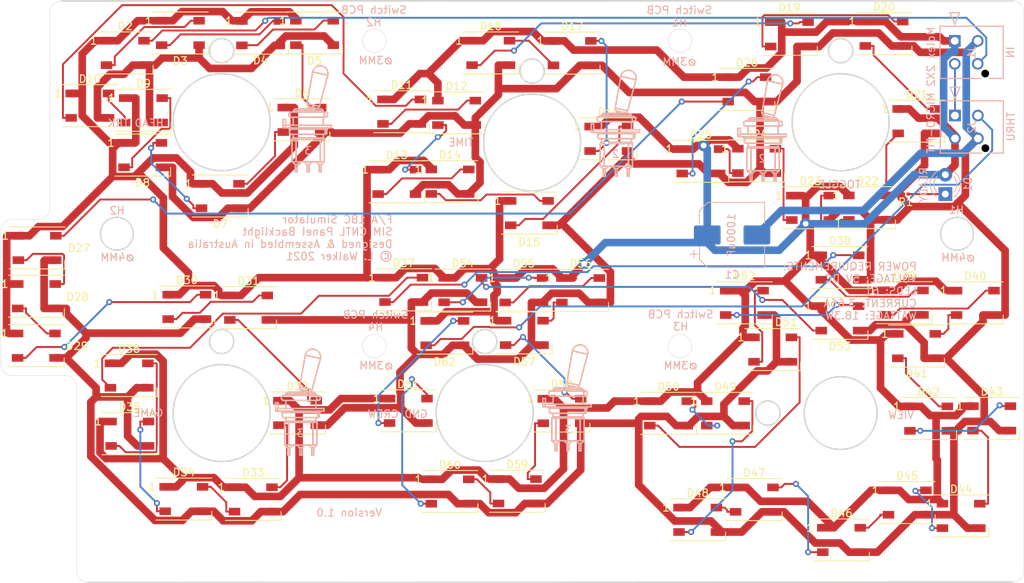
<source format=kicad_pcb>
(kicad_pcb (version 20171130) (host pcbnew "(5.1.6)-1")
  (layers (0 F.Cu signal) (31 B.Cu signal) (34 B.Paste user) (35 F.Paste user) (36 B.SilkS user) (37 F.SilkS user) (38 B.Mask user) (39 F.Mask user) (44 Edge.Cuts user))
  (net 0 "")
  (net 1 /LEDGND)
  (net 2 /LED+5V)
  (net 3 "Net-(D1-Pad1)")
  (net 4 "Net-(D2-Pad2)")
  (net 5 /DATAIN)
  (net 6 "Net-(D3-Pad2)")
  (net 7 "Net-(D4-Pad2)")
  (net 8 "Net-(D5-Pad2)")
  (net 9 "Net-(D6-Pad2)")
  (net 10 "Net-(D7-Pad2)")
  (net 11 "Net-(D8-Pad2)")
  (net 12 "Net-(D10-Pad4)")
  (net 13 "Net-(D10-Pad2)")
  (net 14 "Net-(D11-Pad2)")
  (net 15 "Net-(D12-Pad2)")
  (net 16 "Net-(D14-Pad2)")
  (net 17 "Net-(D15-Pad2)")
  (net 18 "Net-(D16-Pad2)")
  (net 19 "Net-(D17-Pad2)")
  (net 20 "Net-(D18-Pad2)")
  (net 21 "Net-(D19-Pad2)")
  (net 22 "Net-(D20-Pad2)")
  (net 23 "Net-(D21-Pad2)")
  (net 24 "Net-(D22-Pad2)")
  (net 25 "Net-(D23-Pad2)")
  (net 26 "Net-(D24-Pad2)")
  (net 27 "Net-(D26-Pad2)")
  (net 28 "Net-(D27-Pad2)")
  (net 29 "Net-(D28-Pad2)")
  (net 30 "Net-(D29-Pad2)")
  (net 31 "Net-(D30-Pad2)")
  (net 32 "Net-(D31-Pad2)")
  (net 33 "Net-(D32-Pad2)")
  (net 34 "Net-(D33-Pad2)")
  (net 35 "Net-(D34-Pad2)")
  (net 36 "Net-(D35-Pad2)")
  (net 37 "Net-(D36-Pad2)")
  (net 38 /DATAOUT)
  (net 39 /DATALOOP)
  (net 40 "Net-(D38-Pad2)")
  (net 41 "Net-(D39-Pad2)")
  (net 42 "Net-(D40-Pad2)")
  (net 43 "Net-(D41-Pad2)")
  (net 44 "Net-(D42-Pad2)")
  (net 45 "Net-(D43-Pad2)")
  (net 46 "Net-(D44-Pad2)")
  (net 47 "Net-(D45-Pad2)")
  (net 48 "Net-(D46-Pad2)")
  (net 49 "Net-(D47-Pad2)")
  (net 50 "Net-(D48-Pad2)")
  (net 51 "Net-(D50-Pad2)")
  (net 52 "Net-(D51-Pad2)")
  (net 53 "Net-(D52-Pad2)")
  (net 54 "Net-(D53-Pad2)")
  (net 55 "Net-(D54-Pad2)")
  (net 56 "Net-(D55-Pad2)")
  (net 57 "Net-(D56-Pad2)")
  (net 58 "Net-(D57-Pad2)")
  (net 59 "Net-(D58-Pad2)")
  (net 60 "Net-(D59-Pad2)")
  (net 61 "Net-(D60-Pad2)")
  (net 62 "Net-(D61-Pad2)")
  (net 63 "Net-(D13-Pad2)")
  (net 64 "Net-(D25-Pad2)")
  (net 65 "Net-(D37-Pad2)")
  (net 66 "Net-(D49-Pad2)")
  (module "Kicad Footprint Files:100SpxToggle" (layer F.Cu) (at 181.381 70.739)
    (fp_text reference G3 hide)
    (fp_text value LOGO hide)
  )
  (module "Kicad Footprint Files:100SpxToggle" (layer F.Cu) (at 155.854 106.121)
    (fp_text reference G5 hide)
    (fp_text value LOGO hide)
  )
  (module "Kicad Footprint Files:100SpxToggle" (layer F.Cu) (at 120.879 106.68)
    (fp_text reference G4 hide)
    (fp_text value LOGO hide)
  )
  (module "Kicad Footprint Files:100SpxToggle" (layer F.Cu) (at 162.179 70.1548)
    (fp_text reference G2 hide)
    (fp_text value LOGO hide)
  )
  (module "Kicad Footprint Files:100SpxToggle" (layer F.Cu) (at 121.844 69.5706)
    (fp_text reference G1 hide)
    (fp_text value LOGO hide)
  )
  (module LED_SMD:LED_WS2812B_PLCC4_5.0x5.0mm_P3.2mm (layer F.Cu) (at 139.217 96.2914)
    (fp_text reference D62 (at -0.025 3.7592) (layer F.SilkS))
    (fp_text value WS2812B)
    (fp_text user 1 (at -4.15 -1.6) (layer F.SilkS))
    (pad 1 smd rect (at -2.45 -1.6) (size 1.5 1) (layers F.Cu F.Paste F.Mask) (net 2 /LED+5V))
    (pad 2 smd rect (at -2.45 1.6) (size 1.5 1) (layers F.Cu F.Paste F.Mask) (net 38 /DATAOUT))
    (pad 4 smd rect (at 2.45 -1.6) (size 1.5 1) (layers F.Cu F.Paste F.Mask) (net 62 "Net-(D61-Pad2)"))
    (pad 3 smd rect (at 2.45 1.6) (size 1.5 1) (layers F.Cu F.Paste F.Mask) (net 1 /LEDGND))
  )
  (module LED_SMD:LED_WS2812B_PLCC4_5.0x5.0mm_P3.2mm (layer F.Cu) (at 134.431 106.477)
    (fp_text reference D61 (at 0 -3.5) (layer F.SilkS))
    (fp_text value WS2812B)
    (fp_text user 1 (at -4.15 -1.6) (layer F.SilkS))
    (pad 1 smd rect (at -2.45 -1.6) (size 1.5 1) (layers F.Cu F.Paste F.Mask) (net 2 /LED+5V))
    (pad 2 smd rect (at -2.45 1.6) (size 1.5 1) (layers F.Cu F.Paste F.Mask) (net 62 "Net-(D61-Pad2)"))
    (pad 4 smd rect (at 2.45 -1.6) (size 1.5 1) (layers F.Cu F.Paste F.Mask) (net 61 "Net-(D60-Pad2)"))
    (pad 3 smd rect (at 2.45 1.6) (size 1.5 1) (layers F.Cu F.Paste F.Mask) (net 1 /LEDGND))
  )
  (module LED_SMD:LED_WS2812B_PLCC4_5.0x5.0mm_P3.2mm (layer F.Cu) (at 139.892 117.043)
    (fp_text reference D60 (at 0 -3.5) (layer F.SilkS))
    (fp_text value WS2812B)
    (fp_text user 1 (at -4.15 -1.6) (layer F.SilkS))
    (pad 1 smd rect (at -2.45 -1.6) (size 1.5 1) (layers F.Cu F.Paste F.Mask) (net 2 /LED+5V))
    (pad 2 smd rect (at -2.45 1.6) (size 1.5 1) (layers F.Cu F.Paste F.Mask) (net 61 "Net-(D60-Pad2)"))
    (pad 4 smd rect (at 2.45 -1.6) (size 1.5 1) (layers F.Cu F.Paste F.Mask) (net 60 "Net-(D59-Pad2)"))
    (pad 3 smd rect (at 2.45 1.6) (size 1.5 1) (layers F.Cu F.Paste F.Mask) (net 1 /LEDGND))
  )
  (module LED_SMD:LED_WS2812B_PLCC4_5.0x5.0mm_P3.2mm (layer F.Cu) (at 148.692 117.018)
    (fp_text reference D59 (at 0 -3.5) (layer F.SilkS))
    (fp_text value WS2812B)
    (fp_text user 1 (at -4.15 -1.6) (layer F.SilkS))
    (pad 1 smd rect (at -2.45 -1.6) (size 1.5 1) (layers F.Cu F.Paste F.Mask) (net 2 /LED+5V))
    (pad 2 smd rect (at -2.45 1.6) (size 1.5 1) (layers F.Cu F.Paste F.Mask) (net 60 "Net-(D59-Pad2)"))
    (pad 4 smd rect (at 2.45 -1.6) (size 1.5 1) (layers F.Cu F.Paste F.Mask) (net 59 "Net-(D58-Pad2)"))
    (pad 3 smd rect (at 2.45 1.6) (size 1.5 1) (layers F.Cu F.Paste F.Mask) (net 1 /LEDGND))
  )
  (module LED_SMD:LED_WS2812B_PLCC4_5.0x5.0mm_P3.2mm (layer F.Cu) (at 154.547 106.502)
    (fp_text reference D58 (at 0 -3.5) (layer F.SilkS))
    (fp_text value WS2812B)
    (fp_text user 1 (at -4.15 -1.6) (layer F.SilkS))
    (pad 1 smd rect (at -2.45 -1.6) (size 1.5 1) (layers F.Cu F.Paste F.Mask) (net 2 /LED+5V))
    (pad 2 smd rect (at -2.45 1.6) (size 1.5 1) (layers F.Cu F.Paste F.Mask) (net 59 "Net-(D58-Pad2)"))
    (pad 4 smd rect (at 2.45 -1.6) (size 1.5 1) (layers F.Cu F.Paste F.Mask) (net 58 "Net-(D57-Pad2)"))
    (pad 3 smd rect (at 2.45 1.6) (size 1.5 1) (layers F.Cu F.Paste F.Mask) (net 1 /LEDGND))
  )
  (module LED_SMD:LED_WS2812B_PLCC4_5.0x5.0mm_P3.2mm (layer F.Cu) (at 149.62 96.2658)
    (fp_text reference D57 (at -0.014 3.7848) (layer F.SilkS))
    (fp_text value WS2812B)
    (fp_text user 1 (at -4.15 -1.6) (layer F.SilkS))
    (pad 1 smd rect (at -2.45 -1.6) (size 1.5 1) (layers F.Cu F.Paste F.Mask) (net 2 /LED+5V))
    (pad 2 smd rect (at -2.45 1.6) (size 1.5 1) (layers F.Cu F.Paste F.Mask) (net 58 "Net-(D57-Pad2)"))
    (pad 4 smd rect (at 2.45 -1.6) (size 1.5 1) (layers F.Cu F.Paste F.Mask) (net 57 "Net-(D56-Pad2)"))
    (pad 3 smd rect (at 2.45 1.6) (size 1.5 1) (layers F.Cu F.Paste F.Mask) (net 1 /LEDGND))
  )
  (module LED_SMD:LED_WS2812B_PLCC4_5.0x5.0mm_P3.2mm (layer F.Cu) (at 156.986 90.6778)
    (fp_text reference D56 (at 0 -3.5) (layer F.SilkS))
    (fp_text value WS2812B)
    (fp_text user 1 (at -4.15 -1.6) (layer F.SilkS))
    (pad 1 smd rect (at -2.45 -1.6) (size 1.5 1) (layers F.Cu F.Paste F.Mask) (net 2 /LED+5V))
    (pad 2 smd rect (at -2.45 1.6) (size 1.5 1) (layers F.Cu F.Paste F.Mask) (net 57 "Net-(D56-Pad2)"))
    (pad 4 smd rect (at 2.45 -1.6) (size 1.5 1) (layers F.Cu F.Paste F.Mask) (net 56 "Net-(D55-Pad2)"))
    (pad 3 smd rect (at 2.45 1.6) (size 1.5 1) (layers F.Cu F.Paste F.Mask) (net 1 /LEDGND))
  )
  (module LED_SMD:LED_WS2812B_PLCC4_5.0x5.0mm_P3.2mm (layer F.Cu) (at 149.555 90.678)
    (fp_text reference D55 (at 0 -3.5) (layer F.SilkS))
    (fp_text value WS2812B)
    (fp_text user 1 (at -4.15 -1.6) (layer F.SilkS))
    (pad 1 smd rect (at -2.45 -1.6) (size 1.5 1) (layers F.Cu F.Paste F.Mask) (net 2 /LED+5V))
    (pad 2 smd rect (at -2.45 1.6) (size 1.5 1) (layers F.Cu F.Paste F.Mask) (net 56 "Net-(D55-Pad2)"))
    (pad 4 smd rect (at 2.45 -1.6) (size 1.5 1) (layers F.Cu F.Paste F.Mask) (net 55 "Net-(D54-Pad2)"))
    (pad 3 smd rect (at 2.45 1.6) (size 1.5 1) (layers F.Cu F.Paste F.Mask) (net 1 /LEDGND))
  )
  (module LED_SMD:LED_WS2812B_PLCC4_5.0x5.0mm_P3.2mm (layer F.Cu) (at 141.568 90.6528)
    (fp_text reference D54 (at 0 -3.5) (layer F.SilkS))
    (fp_text value WS2812B)
    (fp_text user 1 (at -4.15 -1.6) (layer F.SilkS))
    (pad 1 smd rect (at -2.45 -1.6) (size 1.5 1) (layers F.Cu F.Paste F.Mask) (net 2 /LED+5V))
    (pad 2 smd rect (at -2.45 1.6) (size 1.5 1) (layers F.Cu F.Paste F.Mask) (net 55 "Net-(D54-Pad2)"))
    (pad 4 smd rect (at 2.45 -1.6) (size 1.5 1) (layers F.Cu F.Paste F.Mask) (net 54 "Net-(D53-Pad2)"))
    (pad 3 smd rect (at 2.45 1.6) (size 1.5 1) (layers F.Cu F.Paste F.Mask) (net 1 /LEDGND))
  )
  (module LED_SMD:LED_WS2812B_PLCC4_5.0x5.0mm_P3.2mm (layer F.Cu) (at 190.932 94.361)
    (fp_text reference D53 (at -0.0002 3.6576) (layer F.SilkS))
    (fp_text value WS2812B)
    (fp_text user 1 (at -4.15 -1.6) (layer F.SilkS))
    (pad 1 smd rect (at -2.45 -1.6) (size 1.5 1) (layers F.Cu F.Paste F.Mask) (net 2 /LED+5V))
    (pad 2 smd rect (at -2.45 1.6) (size 1.5 1) (layers F.Cu F.Paste F.Mask) (net 54 "Net-(D53-Pad2)"))
    (pad 4 smd rect (at 2.45 -1.6) (size 1.5 1) (layers F.Cu F.Paste F.Mask) (net 53 "Net-(D52-Pad2)"))
    (pad 3 smd rect (at 2.45 1.6) (size 1.5 1) (layers F.Cu F.Paste F.Mask) (net 1 /LEDGND))
  )
  (module LED_SMD:LED_WS2812B_PLCC4_5.0x5.0mm_P3.2mm (layer F.Cu) (at 178.423 92.3288)
    (fp_text reference D52 (at 0 -3.5) (layer F.SilkS))
    (fp_text value WS2812B)
    (fp_text user 1 (at -4.15 -1.6) (layer F.SilkS))
    (pad 1 smd rect (at -2.45 -1.6) (size 1.5 1) (layers F.Cu F.Paste F.Mask) (net 2 /LED+5V))
    (pad 2 smd rect (at -2.45 1.6) (size 1.5 1) (layers F.Cu F.Paste F.Mask) (net 53 "Net-(D52-Pad2)"))
    (pad 4 smd rect (at 2.45 -1.6) (size 1.5 1) (layers F.Cu F.Paste F.Mask) (net 52 "Net-(D51-Pad2)"))
    (pad 3 smd rect (at 2.45 1.6) (size 1.5 1) (layers F.Cu F.Paste F.Mask) (net 1 /LEDGND))
  )
  (module LED_SMD:LED_WS2812B_PLCC4_5.0x5.0mm_P3.2mm (layer F.Cu) (at 182.132 98.4502)
    (fp_text reference D51 (at 1.7386 -3.6066) (layer F.SilkS))
    (fp_text value WS2812B)
    (fp_text user 1 (at -4.15 -1.6) (layer F.SilkS))
    (pad 1 smd rect (at -2.45 -1.6) (size 1.5 1) (layers F.Cu F.Paste F.Mask) (net 2 /LED+5V))
    (pad 2 smd rect (at -2.45 1.6) (size 1.5 1) (layers F.Cu F.Paste F.Mask) (net 52 "Net-(D51-Pad2)"))
    (pad 4 smd rect (at 2.45 -1.6) (size 1.5 1) (layers F.Cu F.Paste F.Mask) (net 51 "Net-(D50-Pad2)"))
    (pad 3 smd rect (at 2.45 1.6) (size 1.5 1) (layers F.Cu F.Paste F.Mask) (net 1 /LEDGND))
  )
  (module LED_SMD:LED_WS2812B_PLCC4_5.0x5.0mm_P3.2mm (layer F.Cu) (at 168.492 106.807)
    (fp_text reference D50 (at 0 -3.5) (layer F.SilkS))
    (fp_text value WS2812B)
    (fp_text user 1 (at -4.15 -1.6) (layer F.SilkS))
    (pad 1 smd rect (at -2.45 -1.6) (size 1.5 1) (layers F.Cu F.Paste F.Mask) (net 2 /LED+5V))
    (pad 2 smd rect (at -2.45 1.6) (size 1.5 1) (layers F.Cu F.Paste F.Mask) (net 51 "Net-(D50-Pad2)"))
    (pad 4 smd rect (at 2.45 -1.6) (size 1.5 1) (layers F.Cu F.Paste F.Mask) (net 66 "Net-(D49-Pad2)"))
    (pad 3 smd rect (at 2.45 1.6) (size 1.5 1) (layers F.Cu F.Paste F.Mask) (net 1 /LEDGND))
  )
  (module LED_SMD:LED_WS2812B_PLCC4_5.0x5.0mm_P3.2mm (layer F.Cu) (at 175.946 106.807)
    (fp_text reference D49 (at 0 -3.5) (layer F.SilkS))
    (fp_text value WS2812B)
    (fp_text user 1 (at -4.15 -1.6) (layer F.SilkS))
    (pad 1 smd rect (at -2.45 -1.6) (size 1.5 1) (layers F.Cu F.Paste F.Mask) (net 2 /LED+5V))
    (pad 2 smd rect (at -2.45 1.6) (size 1.5 1) (layers F.Cu F.Paste F.Mask) (net 66 "Net-(D49-Pad2)"))
    (pad 4 smd rect (at 2.45 -1.6) (size 1.5 1) (layers F.Cu F.Paste F.Mask) (net 50 "Net-(D48-Pad2)"))
    (pad 3 smd rect (at 2.45 1.6) (size 1.5 1) (layers F.Cu F.Paste F.Mask) (net 1 /LEDGND))
  )
  (module LED_SMD:LED_WS2812B_PLCC4_5.0x5.0mm_P3.2mm (layer F.Cu) (at 172.314 120.752)
    (fp_text reference D48 (at 0 -3.5) (layer F.SilkS))
    (fp_text value WS2812B)
    (fp_text user 1 (at -4.15 -1.6) (layer F.SilkS))
    (pad 1 smd rect (at -2.45 -1.6) (size 1.5 1) (layers F.Cu F.Paste F.Mask) (net 2 /LED+5V))
    (pad 2 smd rect (at -2.45 1.6) (size 1.5 1) (layers F.Cu F.Paste F.Mask) (net 50 "Net-(D48-Pad2)"))
    (pad 4 smd rect (at 2.45 -1.6) (size 1.5 1) (layers F.Cu F.Paste F.Mask) (net 49 "Net-(D47-Pad2)"))
    (pad 3 smd rect (at 2.45 1.6) (size 1.5 1) (layers F.Cu F.Paste F.Mask) (net 1 /LEDGND))
  )
  (module LED_SMD:LED_WS2812B_PLCC4_5.0x5.0mm_P3.2mm (layer F.Cu) (at 179.719 118.11)
    (fp_text reference D47 (at 0 -3.5) (layer F.SilkS))
    (fp_text value WS2812B)
    (fp_text user 1 (at -4.15 -1.6) (layer F.SilkS))
    (pad 1 smd rect (at -2.45 -1.6) (size 1.5 1) (layers F.Cu F.Paste F.Mask) (net 2 /LED+5V))
    (pad 2 smd rect (at -2.45 1.6) (size 1.5 1) (layers F.Cu F.Paste F.Mask) (net 49 "Net-(D47-Pad2)"))
    (pad 4 smd rect (at 2.45 -1.6) (size 1.5 1) (layers F.Cu F.Paste F.Mask) (net 48 "Net-(D46-Pad2)"))
    (pad 3 smd rect (at 2.45 1.6) (size 1.5 1) (layers F.Cu F.Paste F.Mask) (net 1 /LEDGND))
  )
  (module LED_SMD:LED_WS2812B_PLCC4_5.0x5.0mm_P3.2mm (layer F.Cu) (at 191.135 123.393)
    (fp_text reference D46 (at 0 -3.5) (layer F.SilkS))
    (fp_text value WS2812B)
    (fp_text user 1 (at -4.15 -1.6) (layer F.SilkS))
    (pad 1 smd rect (at -2.45 -1.6) (size 1.5 1) (layers F.Cu F.Paste F.Mask) (net 2 /LED+5V))
    (pad 2 smd rect (at -2.45 1.6) (size 1.5 1) (layers F.Cu F.Paste F.Mask) (net 48 "Net-(D46-Pad2)"))
    (pad 4 smd rect (at 2.45 -1.6) (size 1.5 1) (layers F.Cu F.Paste F.Mask) (net 47 "Net-(D45-Pad2)"))
    (pad 3 smd rect (at 2.45 1.6) (size 1.5 1) (layers F.Cu F.Paste F.Mask) (net 1 /LEDGND))
  )
  (module LED_SMD:LED_WS2812B_PLCC4_5.0x5.0mm_P3.2mm (layer F.Cu) (at 199.734 118.491)
    (fp_text reference D45 (at 0 -3.5) (layer F.SilkS))
    (fp_text value WS2812B)
    (fp_text user 1 (at -4.15 -1.6) (layer F.SilkS))
    (pad 1 smd rect (at -2.45 -1.6) (size 1.5 1) (layers F.Cu F.Paste F.Mask) (net 2 /LED+5V))
    (pad 2 smd rect (at -2.45 1.6) (size 1.5 1) (layers F.Cu F.Paste F.Mask) (net 47 "Net-(D45-Pad2)"))
    (pad 4 smd rect (at 2.45 -1.6) (size 1.5 1) (layers F.Cu F.Paste F.Mask) (net 46 "Net-(D44-Pad2)"))
    (pad 3 smd rect (at 2.45 1.6) (size 1.5 1) (layers F.Cu F.Paste F.Mask) (net 1 /LEDGND))
  )
  (module LED_SMD:LED_WS2812B_PLCC4_5.0x5.0mm_P3.2mm (layer F.Cu) (at 206.795 120.243)
    (fp_text reference D44 (at 0 -3.5) (layer F.SilkS))
    (fp_text value WS2812B)
    (fp_text user 1 (at -4.15 -1.6) (layer F.SilkS))
    (pad 1 smd rect (at -2.45 -1.6) (size 1.5 1) (layers F.Cu F.Paste F.Mask) (net 2 /LED+5V))
    (pad 2 smd rect (at -2.45 1.6) (size 1.5 1) (layers F.Cu F.Paste F.Mask) (net 46 "Net-(D44-Pad2)"))
    (pad 4 smd rect (at 2.45 -1.6) (size 1.5 1) (layers F.Cu F.Paste F.Mask) (net 45 "Net-(D43-Pad2)"))
    (pad 3 smd rect (at 2.45 1.6) (size 1.5 1) (layers F.Cu F.Paste F.Mask) (net 1 /LEDGND))
  )
  (module LED_SMD:LED_WS2812B_PLCC4_5.0x5.0mm_P3.2mm (layer F.Cu) (at 210.795 107.467)
    (fp_text reference D43 (at 0 -3.5) (layer F.SilkS))
    (fp_text value WS2812B)
    (fp_text user 1 (at -4.15 -1.6) (layer F.SilkS))
    (pad 1 smd rect (at -2.45 -1.6) (size 1.5 1) (layers F.Cu F.Paste F.Mask) (net 2 /LED+5V))
    (pad 2 smd rect (at -2.45 1.6) (size 1.5 1) (layers F.Cu F.Paste F.Mask) (net 45 "Net-(D43-Pad2)"))
    (pad 4 smd rect (at 2.45 -1.6) (size 1.5 1) (layers F.Cu F.Paste F.Mask) (net 44 "Net-(D42-Pad2)"))
    (pad 3 smd rect (at 2.45 1.6) (size 1.5 1) (layers F.Cu F.Paste F.Mask) (net 1 /LEDGND))
  )
  (module LED_SMD:LED_WS2812B_PLCC4_5.0x5.0mm_P3.2mm (layer F.Cu) (at 202.54 107.493)
    (fp_text reference D42 (at 0 -3.5) (layer F.SilkS))
    (fp_text value WS2812B)
    (fp_text user 1 (at -4.15 -1.6) (layer F.SilkS))
    (pad 1 smd rect (at -2.45 -1.6) (size 1.5 1) (layers F.Cu F.Paste F.Mask) (net 2 /LED+5V))
    (pad 2 smd rect (at -2.45 1.6) (size 1.5 1) (layers F.Cu F.Paste F.Mask) (net 44 "Net-(D42-Pad2)"))
    (pad 4 smd rect (at 2.45 -1.6) (size 1.5 1) (layers F.Cu F.Paste F.Mask) (net 43 "Net-(D41-Pad2)"))
    (pad 3 smd rect (at 2.45 1.6) (size 1.5 1) (layers F.Cu F.Paste F.Mask) (net 1 /LEDGND))
  )
  (module LED_SMD:LED_WS2812B_PLCC4_5.0x5.0mm_P3.2mm (layer F.Cu) (at 200.953 97.993)
    (fp_text reference D41 (at 0.0372 3.607) (layer F.SilkS))
    (fp_text value WS2812B)
    (fp_text user 1 (at -4.15 -1.6) (layer F.SilkS))
    (pad 1 smd rect (at -2.45 -1.6) (size 1.5 1) (layers F.Cu F.Paste F.Mask) (net 2 /LED+5V))
    (pad 2 smd rect (at -2.45 1.6) (size 1.5 1) (layers F.Cu F.Paste F.Mask) (net 43 "Net-(D41-Pad2)"))
    (pad 4 smd rect (at 2.45 -1.6) (size 1.5 1) (layers F.Cu F.Paste F.Mask) (net 42 "Net-(D40-Pad2)"))
    (pad 3 smd rect (at 2.45 1.6) (size 1.5 1) (layers F.Cu F.Paste F.Mask) (net 1 /LEDGND))
  )
  (module LED_SMD:LED_WS2812B_PLCC4_5.0x5.0mm_P3.2mm (layer F.Cu) (at 208.649 92.3292)
    (fp_text reference D40 (at 0 -3.5) (layer F.SilkS))
    (fp_text value WS2812B)
    (fp_text user 1 (at -4.15 -1.6) (layer F.SilkS))
    (pad 1 smd rect (at -2.45 -1.6) (size 1.5 1) (layers F.Cu F.Paste F.Mask) (net 2 /LED+5V))
    (pad 2 smd rect (at -2.45 1.6) (size 1.5 1) (layers F.Cu F.Paste F.Mask) (net 42 "Net-(D40-Pad2)"))
    (pad 4 smd rect (at 2.45 -1.6) (size 1.5 1) (layers F.Cu F.Paste F.Mask) (net 41 "Net-(D39-Pad2)"))
    (pad 3 smd rect (at 2.45 1.6) (size 1.5 1) (layers F.Cu F.Paste F.Mask) (net 1 /LEDGND))
  )
  (module LED_SMD:LED_WS2812B_PLCC4_5.0x5.0mm_P3.2mm (layer F.Cu) (at 199.353 92.3034)
    (fp_text reference D39 (at 0 -3.5) (layer F.SilkS))
    (fp_text value WS2812B)
    (fp_text user 1 (at -4.15 -1.6) (layer F.SilkS))
    (pad 1 smd rect (at -2.45 -1.6) (size 1.5 1) (layers F.Cu F.Paste F.Mask) (net 2 /LED+5V))
    (pad 2 smd rect (at -2.45 1.6) (size 1.5 1) (layers F.Cu F.Paste F.Mask) (net 41 "Net-(D39-Pad2)"))
    (pad 4 smd rect (at 2.45 -1.6) (size 1.5 1) (layers F.Cu F.Paste F.Mask) (net 40 "Net-(D38-Pad2)"))
    (pad 3 smd rect (at 2.45 1.6) (size 1.5 1) (layers F.Cu F.Paste F.Mask) (net 1 /LEDGND))
  )
  (module LED_SMD:LED_WS2812B_PLCC4_5.0x5.0mm_P3.2mm (layer F.Cu) (at 190.943 87.706)
    (fp_text reference D38 (at 0 -3.5) (layer F.SilkS))
    (fp_text value WS2812B)
    (fp_text user 1 (at -4.15 -1.6) (layer F.SilkS))
    (pad 1 smd rect (at -2.45 -1.6) (size 1.5 1) (layers F.Cu F.Paste F.Mask) (net 2 /LED+5V))
    (pad 2 smd rect (at -2.45 1.6) (size 1.5 1) (layers F.Cu F.Paste F.Mask) (net 40 "Net-(D38-Pad2)"))
    (pad 4 smd rect (at 2.45 -1.6) (size 1.5 1) (layers F.Cu F.Paste F.Mask) (net 65 "Net-(D37-Pad2)"))
    (pad 3 smd rect (at 2.45 1.6) (size 1.5 1) (layers F.Cu F.Paste F.Mask) (net 1 /LEDGND))
  )
  (module Resistor_SMD:R_0201_0603Metric (layer F.Cu) (at 199.542 78.0796 180)
    (fp_text reference R1 (at 0 -1.05) (layer F.SilkS))
    (fp_text value R)
    (pad 2 smd roundrect (at 0.32 0 180) (size 0.46 0.4) (layers F.Cu F.Mask) (net 1 /LEDGND))
    (pad 1 smd roundrect (at -0.32 0 180) (size 0.46 0.4) (layers F.Cu F.Mask) (net 3 "Net-(D1-Pad1)"))
  )
  (module footprints:Molex_MicroFit_2X2 (layer B.Cu) (at 205.991 67.7926 90)
    (fp_text reference J2 (at -1.495006 2.199999 90) (layer B.SilkS) (effects (justify mirror)))
    (fp_text value Conn_01x04_Female hide)
    (fp_text user * (at 0 0 90) (layer B.SilkS) (effects (justify mirror)))
    (pad 5 np_thru_hole circle (at -4.279999 3.98 90) (size 1.02 1.02) (drill 1.016) (layers))
    (pad 4 thru_hole circle (at -2.999999 2.999999 90) (size 1.52 1.52) (drill 1.016) (layers *.Cu *.Mask) (net 1 /LEDGND))
    (pad 3 thru_hole circle (at 0 2.999999) (size 1.52 1.52) (drill 1.016) (layers *.Cu *.Mask) (net 38 /DATAOUT))
    (pad 2 thru_hole circle (at -2.999999 0 90) (size 1.52 1.52) (drill 1.016) (layers *.Cu *.Mask) (net 2 /LED+5V))
    (pad 1 thru_hole rect (at 0 0) (size 1.52 1.52) (drill 1.016) (layers *.Cu *.Mask) (net 39 /DATALOOP))
  )
  (module footprints:Molex_MicroFit_2X2 (layer B.Cu) (at 205.966 58.0136 90)
    (fp_text reference J1 (at -1.495006 2.199999 270) (layer B.SilkS) (effects (justify mirror)))
    (fp_text value Conn_01x04_Female hide)
    (fp_text user * (at 0 0 270) (layer B.SilkS) (effects (justify mirror)))
    (pad 5 np_thru_hole circle (at -4.279999 3.98 90) (size 1.02 1.02) (drill 1.016) (layers))
    (pad 4 thru_hole circle (at -2.999999 2.999999 90) (size 1.52 1.52) (drill 1.016) (layers *.Cu *.Mask) (net 5 /DATAIN))
    (pad 3 thru_hole circle (at 0 2.999999) (size 1.52 1.52) (drill 1.016) (layers *.Cu *.Mask) (net 1 /LEDGND))
    (pad 2 thru_hole circle (at -2.999999 0 90) (size 1.52 1.52) (drill 1.016) (layers *.Cu *.Mask) (net 39 /DATALOOP))
    (pad 1 thru_hole rect (at 0 0) (size 1.52 1.52) (drill 1.016) (layers *.Cu *.Mask) (net 2 /LED+5V))
  )
  (module LED_SMD:LED_WS2812B_PLCC4_5.0x5.0mm_P3.2mm (layer F.Cu) (at 133.833 90.6272)
    (fp_text reference D37 (at 0 -3.5) (layer F.SilkS))
    (fp_text value WS2812B)
    (fp_text user 1 (at -4.15 -1.6) (layer F.SilkS))
    (pad 1 smd rect (at -2.45 -1.6) (size 1.5 1) (layers F.Cu F.Paste F.Mask) (net 2 /LED+5V))
    (pad 2 smd rect (at -2.45 1.6) (size 1.5 1) (layers F.Cu F.Paste F.Mask) (net 65 "Net-(D37-Pad2)"))
    (pad 4 smd rect (at 2.45 -1.6) (size 1.5 1) (layers F.Cu F.Paste F.Mask) (net 37 "Net-(D36-Pad2)"))
    (pad 3 smd rect (at 2.45 1.6) (size 1.5 1) (layers F.Cu F.Paste F.Mask) (net 1 /LEDGND))
  )
  (module LED_SMD:LED_WS2812B_PLCC4_5.0x5.0mm_P3.2mm (layer F.Cu) (at 97.8916 101.854)
    (fp_text reference D36 (at 0 -3.5) (layer F.SilkS))
    (fp_text value WS2812B)
    (fp_text user 1 (at -4.15 -1.6) (layer F.SilkS))
    (pad 1 smd rect (at -2.45 -1.6) (size 1.5 1) (layers F.Cu F.Paste F.Mask) (net 2 /LED+5V))
    (pad 2 smd rect (at -2.45 1.6) (size 1.5 1) (layers F.Cu F.Paste F.Mask) (net 37 "Net-(D36-Pad2)"))
    (pad 4 smd rect (at 2.45 -1.6) (size 1.5 1) (layers F.Cu F.Paste F.Mask) (net 36 "Net-(D35-Pad2)"))
    (pad 3 smd rect (at 2.45 1.6) (size 1.5 1) (layers F.Cu F.Paste F.Mask) (net 1 /LEDGND))
  )
  (module LED_SMD:LED_WS2812B_PLCC4_5.0x5.0mm_P3.2mm (layer F.Cu) (at 97.9816 109.474)
    (fp_text reference D35 (at 0 -3.5) (layer F.SilkS))
    (fp_text value WS2812B)
    (fp_text user 1 (at -4.15 -1.6) (layer F.SilkS))
    (pad 1 smd rect (at -2.45 -1.6) (size 1.5 1) (layers F.Cu F.Paste F.Mask) (net 2 /LED+5V))
    (pad 2 smd rect (at -2.45 1.6) (size 1.5 1) (layers F.Cu F.Paste F.Mask) (net 36 "Net-(D35-Pad2)"))
    (pad 4 smd rect (at 2.45 -1.6) (size 1.5 1) (layers F.Cu F.Paste F.Mask) (net 35 "Net-(D34-Pad2)"))
    (pad 3 smd rect (at 2.45 1.6) (size 1.5 1) (layers F.Cu F.Paste F.Mask) (net 1 /LEDGND))
  )
  (module LED_SMD:LED_WS2812B_PLCC4_5.0x5.0mm_P3.2mm (layer F.Cu) (at 105.054 118.034)
    (fp_text reference D34 (at 0 -3.5) (layer F.SilkS))
    (fp_text value WS2812B)
    (fp_text user 1 (at -4.15 -1.6) (layer F.SilkS))
    (pad 1 smd rect (at -2.45 -1.6) (size 1.5 1) (layers F.Cu F.Paste F.Mask) (net 2 /LED+5V))
    (pad 2 smd rect (at -2.45 1.6) (size 1.5 1) (layers F.Cu F.Paste F.Mask) (net 35 "Net-(D34-Pad2)"))
    (pad 4 smd rect (at 2.45 -1.6) (size 1.5 1) (layers F.Cu F.Paste F.Mask) (net 34 "Net-(D33-Pad2)"))
    (pad 3 smd rect (at 2.45 1.6) (size 1.5 1) (layers F.Cu F.Paste F.Mask) (net 1 /LEDGND))
  )
  (module LED_SMD:LED_WS2812B_PLCC4_5.0x5.0mm_P3.2mm (layer F.Cu) (at 114.136 118.084)
    (fp_text reference D33 (at 0 -3.5) (layer F.SilkS))
    (fp_text value WS2812B)
    (fp_text user 1 (at -4.15 -1.6) (layer F.SilkS))
    (pad 1 smd rect (at -2.45 -1.6) (size 1.5 1) (layers F.Cu F.Paste F.Mask) (net 2 /LED+5V))
    (pad 2 smd rect (at -2.45 1.6) (size 1.5 1) (layers F.Cu F.Paste F.Mask) (net 34 "Net-(D33-Pad2)"))
    (pad 4 smd rect (at 2.45 -1.6) (size 1.5 1) (layers F.Cu F.Paste F.Mask) (net 33 "Net-(D32-Pad2)"))
    (pad 3 smd rect (at 2.45 1.6) (size 1.5 1) (layers F.Cu F.Paste F.Mask) (net 1 /LEDGND))
  )
  (module LED_SMD:LED_WS2812B_PLCC4_5.0x5.0mm_P3.2mm (layer F.Cu) (at 119.939 106.756)
    (fp_text reference D32 (at 0 -3.5) (layer F.SilkS))
    (fp_text value WS2812B)
    (fp_text user 1 (at -4.15 -1.6) (layer F.SilkS))
    (pad 1 smd rect (at -2.45 -1.6) (size 1.5 1) (layers F.Cu F.Paste F.Mask) (net 2 /LED+5V))
    (pad 2 smd rect (at -2.45 1.6) (size 1.5 1) (layers F.Cu F.Paste F.Mask) (net 33 "Net-(D32-Pad2)"))
    (pad 4 smd rect (at 2.45 -1.6) (size 1.5 1) (layers F.Cu F.Paste F.Mask) (net 32 "Net-(D31-Pad2)"))
    (pad 3 smd rect (at 2.45 1.6) (size 1.5 1) (layers F.Cu F.Paste F.Mask) (net 1 /LEDGND))
  )
  (module LED_SMD:LED_WS2812B_PLCC4_5.0x5.0mm_P3.2mm (layer F.Cu) (at 113.526 92.9638)
    (fp_text reference D31 (at 0 -3.5) (layer F.SilkS))
    (fp_text value WS2812B)
    (fp_text user 1 (at -4.15 -1.6) (layer F.SilkS))
    (pad 1 smd rect (at -2.45 -1.6) (size 1.5 1) (layers F.Cu F.Paste F.Mask) (net 2 /LED+5V))
    (pad 2 smd rect (at -2.45 1.6) (size 1.5 1) (layers F.Cu F.Paste F.Mask) (net 32 "Net-(D31-Pad2)"))
    (pad 4 smd rect (at 2.45 -1.6) (size 1.5 1) (layers F.Cu F.Paste F.Mask) (net 31 "Net-(D30-Pad2)"))
    (pad 3 smd rect (at 2.45 1.6) (size 1.5 1) (layers F.Cu F.Paste F.Mask) (net 1 /LEDGND))
  )
  (module LED_SMD:LED_WS2812B_PLCC4_5.0x5.0mm_P3.2mm (layer F.Cu) (at 105.449 92.8622)
    (fp_text reference D30 (at 0 -3.5) (layer F.SilkS))
    (fp_text value WS2812B)
    (fp_text user 1 (at -4.15 -1.6) (layer F.SilkS))
    (pad 1 smd rect (at -2.45 -1.6) (size 1.5 1) (layers F.Cu F.Paste F.Mask) (net 2 /LED+5V))
    (pad 2 smd rect (at -2.45 1.6) (size 1.5 1) (layers F.Cu F.Paste F.Mask) (net 31 "Net-(D30-Pad2)"))
    (pad 4 smd rect (at 2.45 -1.6) (size 1.5 1) (layers F.Cu F.Paste F.Mask) (net 30 "Net-(D29-Pad2)"))
    (pad 3 smd rect (at 2.45 1.6) (size 1.5 1) (layers F.Cu F.Paste F.Mask) (net 1 /LEDGND))
  )
  (module LED_SMD:LED_WS2812B_PLCC4_5.0x5.0mm_P3.2mm (layer F.Cu) (at 85.7388 97.9422)
    (fp_text reference D29 (at 5.3202 0.051) (layer F.SilkS))
    (fp_text value WS2812B)
    (fp_text user 1 (at -4.15 -1.6) (layer F.SilkS))
    (pad 1 smd rect (at -2.45 -1.6) (size 1.5 1) (layers F.Cu F.Paste F.Mask) (net 2 /LED+5V))
    (pad 2 smd rect (at -2.45 1.6) (size 1.5 1) (layers F.Cu F.Paste F.Mask) (net 30 "Net-(D29-Pad2)"))
    (pad 4 smd rect (at 2.45 -1.6) (size 1.5 1) (layers F.Cu F.Paste F.Mask) (net 29 "Net-(D28-Pad2)"))
    (pad 3 smd rect (at 2.45 1.6) (size 1.5 1) (layers F.Cu F.Paste F.Mask) (net 1 /LEDGND))
  )
  (module LED_SMD:LED_WS2812B_PLCC4_5.0x5.0mm_P3.2mm (layer F.Cu) (at 85.7642 91.4652)
    (fp_text reference D28 (at 5.371 0.1018) (layer F.SilkS))
    (fp_text value WS2812B)
    (fp_text user 1 (at -4.15 -1.6) (layer F.SilkS))
    (pad 1 smd rect (at -2.45 -1.6) (size 1.5 1) (layers F.Cu F.Paste F.Mask) (net 2 /LED+5V))
    (pad 2 smd rect (at -2.45 1.6) (size 1.5 1) (layers F.Cu F.Paste F.Mask) (net 29 "Net-(D28-Pad2)"))
    (pad 4 smd rect (at 2.45 -1.6) (size 1.5 1) (layers F.Cu F.Paste F.Mask) (net 28 "Net-(D27-Pad2)"))
    (pad 3 smd rect (at 2.45 1.6) (size 1.5 1) (layers F.Cu F.Paste F.Mask) (net 1 /LEDGND))
  )
  (module LED_SMD:LED_WS2812B_PLCC4_5.0x5.0mm_P3.2mm (layer F.Cu) (at 85.8404 85.1406)
    (fp_text reference D27 (at 5.498 0.0002) (layer F.SilkS))
    (fp_text value WS2812B)
    (fp_text user 1 (at -4.15 -1.6) (layer F.SilkS))
    (pad 1 smd rect (at -2.45 -1.6) (size 1.5 1) (layers F.Cu F.Paste F.Mask) (net 2 /LED+5V))
    (pad 2 smd rect (at -2.45 1.6) (size 1.5 1) (layers F.Cu F.Paste F.Mask) (net 28 "Net-(D27-Pad2)"))
    (pad 4 smd rect (at 2.45 -1.6) (size 1.5 1) (layers F.Cu F.Paste F.Mask) (net 27 "Net-(D26-Pad2)"))
    (pad 3 smd rect (at 2.45 1.6) (size 1.5 1) (layers F.Cu F.Paste F.Mask) (net 1 /LEDGND))
  )
  (module LED_SMD:LED_WS2812B_PLCC4_5.0x5.0mm_P3.2mm (layer F.Cu) (at 178.754 64.3634)
    (fp_text reference D26 (at 0 -3.5) (layer F.SilkS))
    (fp_text value WS2812B)
    (fp_text user 1 (at -4.15 -1.6) (layer F.SilkS))
    (pad 1 smd rect (at -2.45 -1.6) (size 1.5 1) (layers F.Cu F.Paste F.Mask) (net 2 /LED+5V))
    (pad 2 smd rect (at -2.45 1.6) (size 1.5 1) (layers F.Cu F.Paste F.Mask) (net 27 "Net-(D26-Pad2)"))
    (pad 4 smd rect (at 2.45 -1.6) (size 1.5 1) (layers F.Cu F.Paste F.Mask) (net 64 "Net-(D25-Pad2)"))
    (pad 3 smd rect (at 2.45 1.6) (size 1.5 1) (layers F.Cu F.Paste F.Mask) (net 1 /LEDGND))
  )
  (module LED_SMD:LED_WS2812B_PLCC4_5.0x5.0mm_P3.2mm (layer F.Cu) (at 172.732 73.7868)
    (fp_text reference D25 (at 0 -3.5) (layer F.SilkS))
    (fp_text value WS2812B)
    (fp_text user 1 (at -4.15 -1.6) (layer F.SilkS))
    (pad 1 smd rect (at -2.45 -1.6) (size 1.5 1) (layers F.Cu F.Paste F.Mask) (net 2 /LED+5V))
    (pad 2 smd rect (at -2.45 1.6) (size 1.5 1) (layers F.Cu F.Paste F.Mask) (net 64 "Net-(D25-Pad2)"))
    (pad 4 smd rect (at 2.45 -1.6) (size 1.5 1) (layers F.Cu F.Paste F.Mask) (net 26 "Net-(D24-Pad2)"))
    (pad 3 smd rect (at 2.45 1.6) (size 1.5 1) (layers F.Cu F.Paste F.Mask) (net 1 /LEDGND))
  )
  (module LED_SMD:LED_WS2812B_PLCC4_5.0x5.0mm_P3.2mm (layer F.Cu) (at 180.024 73.736)
    (fp_text reference D24 (at 0 -3.5) (layer F.SilkS))
    (fp_text value WS2812B)
    (fp_text user 1 (at -4.15 -1.6) (layer F.SilkS))
    (pad 1 smd rect (at -2.45 -1.6) (size 1.5 1) (layers F.Cu F.Paste F.Mask) (net 2 /LED+5V))
    (pad 2 smd rect (at -2.45 1.6) (size 1.5 1) (layers F.Cu F.Paste F.Mask) (net 26 "Net-(D24-Pad2)"))
    (pad 4 smd rect (at 2.45 -1.6) (size 1.5 1) (layers F.Cu F.Paste F.Mask) (net 25 "Net-(D23-Pad2)"))
    (pad 3 smd rect (at 2.45 1.6) (size 1.5 1) (layers F.Cu F.Paste F.Mask) (net 1 /LEDGND))
  )
  (module LED_SMD:LED_WS2812B_PLCC4_5.0x5.0mm_P3.2mm (layer F.Cu) (at 187.085 79.8828)
    (fp_text reference D23 (at 0 -3.5) (layer F.SilkS))
    (fp_text value WS2812B)
    (fp_text user 1 (at -4.15 -1.6) (layer F.SilkS))
    (pad 1 smd rect (at -2.45 -1.6) (size 1.5 1) (layers F.Cu F.Paste F.Mask) (net 2 /LED+5V))
    (pad 2 smd rect (at -2.45 1.6) (size 1.5 1) (layers F.Cu F.Paste F.Mask) (net 25 "Net-(D23-Pad2)"))
    (pad 4 smd rect (at 2.45 -1.6) (size 1.5 1) (layers F.Cu F.Paste F.Mask) (net 24 "Net-(D22-Pad2)"))
    (pad 3 smd rect (at 2.45 1.6) (size 1.5 1) (layers F.Cu F.Paste F.Mask) (net 1 /LEDGND))
  )
  (module LED_SMD:LED_WS2812B_PLCC4_5.0x5.0mm_P3.2mm (layer F.Cu) (at 194.552 79.8578)
    (fp_text reference D22 (at 0 -3.5) (layer F.SilkS))
    (fp_text value WS2812B)
    (fp_text user 1 (at -4.15 -1.6) (layer F.SilkS))
    (pad 1 smd rect (at -2.45 -1.6) (size 1.5 1) (layers F.Cu F.Paste F.Mask) (net 2 /LED+5V))
    (pad 2 smd rect (at -2.45 1.6) (size 1.5 1) (layers F.Cu F.Paste F.Mask) (net 24 "Net-(D22-Pad2)"))
    (pad 4 smd rect (at 2.45 -1.6) (size 1.5 1) (layers F.Cu F.Paste F.Mask) (net 23 "Net-(D21-Pad2)"))
    (pad 3 smd rect (at 2.45 1.6) (size 1.5 1) (layers F.Cu F.Paste F.Mask) (net 1 /LEDGND))
  )
  (module LED_SMD:LED_WS2812B_PLCC4_5.0x5.0mm_P3.2mm (layer F.Cu) (at 201.004 68.529)
    (fp_text reference D21 (at 0 -3.5) (layer F.SilkS))
    (fp_text value WS2812B)
    (fp_text user 1 (at -4.15 -1.6) (layer F.SilkS))
    (pad 1 smd rect (at -2.45 -1.6) (size 1.5 1) (layers F.Cu F.Paste F.Mask) (net 2 /LED+5V))
    (pad 2 smd rect (at -2.45 1.6) (size 1.5 1) (layers F.Cu F.Paste F.Mask) (net 23 "Net-(D21-Pad2)"))
    (pad 4 smd rect (at 2.45 -1.6) (size 1.5 1) (layers F.Cu F.Paste F.Mask) (net 22 "Net-(D20-Pad2)"))
    (pad 3 smd rect (at 2.45 1.6) (size 1.5 1) (layers F.Cu F.Paste F.Mask) (net 1 /LEDGND))
  )
  (module LED_SMD:LED_WS2812B_PLCC4_5.0x5.0mm_P3.2mm (layer F.Cu) (at 196.698 57.0738)
    (fp_text reference D20 (at 0 -3.5) (layer F.SilkS))
    (fp_text value WS2812B)
    (fp_text user 1 (at -4.15 -1.6) (layer F.SilkS))
    (pad 1 smd rect (at -2.45 -1.6) (size 1.5 1) (layers F.Cu F.Paste F.Mask) (net 2 /LED+5V))
    (pad 2 smd rect (at -2.45 1.6) (size 1.5 1) (layers F.Cu F.Paste F.Mask) (net 22 "Net-(D20-Pad2)"))
    (pad 4 smd rect (at 2.45 -1.6) (size 1.5 1) (layers F.Cu F.Paste F.Mask) (net 21 "Net-(D19-Pad2)"))
    (pad 3 smd rect (at 2.45 1.6) (size 1.5 1) (layers F.Cu F.Paste F.Mask) (net 1 /LEDGND))
  )
  (module LED_SMD:LED_WS2812B_PLCC4_5.0x5.0mm_P3.2mm (layer F.Cu) (at 184.314 57.1498)
    (fp_text reference D19 (at 0 -3.5) (layer F.SilkS))
    (fp_text value WS2812B)
    (fp_text user 1 (at -4.15 -1.6) (layer F.SilkS))
    (pad 1 smd rect (at -2.45 -1.6) (size 1.5 1) (layers F.Cu F.Paste F.Mask) (net 2 /LED+5V))
    (pad 2 smd rect (at -2.45 1.6) (size 1.5 1) (layers F.Cu F.Paste F.Mask) (net 21 "Net-(D19-Pad2)"))
    (pad 4 smd rect (at 2.45 -1.6) (size 1.5 1) (layers F.Cu F.Paste F.Mask) (net 20 "Net-(D18-Pad2)"))
    (pad 3 smd rect (at 2.45 1.6) (size 1.5 1) (layers F.Cu F.Paste F.Mask) (net 1 /LEDGND))
  )
  (module LED_SMD:LED_WS2812B_PLCC4_5.0x5.0mm_P3.2mm (layer F.Cu) (at 145.226 59.5882)
    (fp_text reference D18 (at 0 -3.5) (layer F.SilkS))
    (fp_text value WS2812B)
    (fp_text user 1 (at -4.15 -1.6) (layer F.SilkS))
    (pad 1 smd rect (at -2.45 -1.6) (size 1.5 1) (layers F.Cu F.Paste F.Mask) (net 2 /LED+5V))
    (pad 2 smd rect (at -2.45 1.6) (size 1.5 1) (layers F.Cu F.Paste F.Mask) (net 20 "Net-(D18-Pad2)"))
    (pad 4 smd rect (at 2.45 -1.6) (size 1.5 1) (layers F.Cu F.Paste F.Mask) (net 19 "Net-(D17-Pad2)"))
    (pad 3 smd rect (at 2.45 1.6) (size 1.5 1) (layers F.Cu F.Paste F.Mask) (net 1 /LEDGND))
  )
  (module LED_SMD:LED_WS2812B_PLCC4_5.0x5.0mm_P3.2mm (layer F.Cu) (at 155.88 59.6138)
    (fp_text reference D17 (at 0 -3.5) (layer F.SilkS))
    (fp_text value WS2812B)
    (fp_text user 1 (at -4.15 -1.6) (layer F.SilkS))
    (pad 1 smd rect (at -2.45 -1.6) (size 1.5 1) (layers F.Cu F.Paste F.Mask) (net 2 /LED+5V))
    (pad 2 smd rect (at -2.45 1.6) (size 1.5 1) (layers F.Cu F.Paste F.Mask) (net 19 "Net-(D17-Pad2)"))
    (pad 4 smd rect (at 2.45 -1.6) (size 1.5 1) (layers F.Cu F.Paste F.Mask) (net 18 "Net-(D16-Pad2)"))
    (pad 3 smd rect (at 2.45 1.6) (size 1.5 1) (layers F.Cu F.Paste F.Mask) (net 1 /LEDGND))
  )
  (module LED_SMD:LED_WS2812B_PLCC4_5.0x5.0mm_P3.2mm (layer F.Cu) (at 160.68 70.8406)
    (fp_text reference D16 (at 0 -3.5) (layer F.SilkS))
    (fp_text value WS2812B)
    (fp_text user 1 (at -4.15 -1.6) (layer F.SilkS))
    (pad 1 smd rect (at -2.45 -1.6) (size 1.5 1) (layers F.Cu F.Paste F.Mask) (net 2 /LED+5V))
    (pad 2 smd rect (at -2.45 1.6) (size 1.5 1) (layers F.Cu F.Paste F.Mask) (net 18 "Net-(D16-Pad2)"))
    (pad 4 smd rect (at 2.45 -1.6) (size 1.5 1) (layers F.Cu F.Paste F.Mask) (net 17 "Net-(D15-Pad2)"))
    (pad 3 smd rect (at 2.45 1.6) (size 1.5 1) (layers F.Cu F.Paste F.Mask) (net 1 /LEDGND))
  )
  (module LED_SMD:LED_WS2812B_PLCC4_5.0x5.0mm_P3.2mm (layer F.Cu) (at 150.28 80.5686)
    (fp_text reference D15 (at 0 3.8102) (layer F.SilkS))
    (fp_text value WS2812B)
    (fp_text user 1 (at -4.15 -1.6) (layer F.SilkS))
    (pad 1 smd rect (at -2.45 -1.6) (size 1.5 1) (layers F.Cu F.Paste F.Mask) (net 2 /LED+5V))
    (pad 2 smd rect (at -2.45 1.6) (size 1.5 1) (layers F.Cu F.Paste F.Mask) (net 17 "Net-(D15-Pad2)"))
    (pad 4 smd rect (at 2.45 -1.6) (size 1.5 1) (layers F.Cu F.Paste F.Mask) (net 16 "Net-(D14-Pad2)"))
    (pad 3 smd rect (at 2.45 1.6) (size 1.5 1) (layers F.Cu F.Paste F.Mask) (net 1 /LEDGND))
  )
  (module LED_SMD:LED_WS2812B_PLCC4_5.0x5.0mm_P3.2mm (layer F.Cu) (at 139.892 76.4538)
    (fp_text reference D14 (at 0 -3.5) (layer F.SilkS))
    (fp_text value WS2812B)
    (fp_text user 1 (at -4.15 -1.6) (layer F.SilkS))
    (pad 1 smd rect (at -2.45 -1.6) (size 1.5 1) (layers F.Cu F.Paste F.Mask) (net 2 /LED+5V))
    (pad 2 smd rect (at -2.45 1.6) (size 1.5 1) (layers F.Cu F.Paste F.Mask) (net 16 "Net-(D14-Pad2)"))
    (pad 4 smd rect (at 2.45 -1.6) (size 1.5 1) (layers F.Cu F.Paste F.Mask) (net 63 "Net-(D13-Pad2)"))
    (pad 3 smd rect (at 2.45 1.6) (size 1.5 1) (layers F.Cu F.Paste F.Mask) (net 1 /LEDGND))
  )
  (module LED_SMD:LED_WS2812B_PLCC4_5.0x5.0mm_P3.2mm (layer F.Cu) (at 132.932 76.4792)
    (fp_text reference D13 (at 0 -3.5) (layer F.SilkS))
    (fp_text value WS2812B)
    (fp_text user 1 (at -4.15 -1.6) (layer F.SilkS))
    (pad 1 smd rect (at -2.45 -1.6) (size 1.5 1) (layers F.Cu F.Paste F.Mask) (net 2 /LED+5V))
    (pad 2 smd rect (at -2.45 1.6) (size 1.5 1) (layers F.Cu F.Paste F.Mask) (net 63 "Net-(D13-Pad2)"))
    (pad 4 smd rect (at 2.45 -1.6) (size 1.5 1) (layers F.Cu F.Paste F.Mask) (net 15 "Net-(D12-Pad2)"))
    (pad 3 smd rect (at 2.45 1.6) (size 1.5 1) (layers F.Cu F.Paste F.Mask) (net 1 /LEDGND))
  )
  (module LED_SMD:LED_WS2812B_PLCC4_5.0x5.0mm_P3.2mm (layer F.Cu) (at 140.755 67.4368)
    (fp_text reference D12 (at 0 -3.5) (layer F.SilkS))
    (fp_text value WS2812B)
    (fp_text user 1 (at -4.15 -1.6) (layer F.SilkS))
    (pad 1 smd rect (at -2.45 -1.6) (size 1.5 1) (layers F.Cu F.Paste F.Mask) (net 2 /LED+5V))
    (pad 2 smd rect (at -2.45 1.6) (size 1.5 1) (layers F.Cu F.Paste F.Mask) (net 15 "Net-(D12-Pad2)"))
    (pad 4 smd rect (at 2.45 -1.6) (size 1.5 1) (layers F.Cu F.Paste F.Mask) (net 14 "Net-(D11-Pad2)"))
    (pad 3 smd rect (at 2.45 1.6) (size 1.5 1) (layers F.Cu F.Paste F.Mask) (net 1 /LEDGND))
  )
  (module LED_SMD:LED_WS2812B_PLCC4_5.0x5.0mm_P3.2mm (layer F.Cu) (at 133.567 67.2844)
    (fp_text reference D11 (at 0 -3.5) (layer F.SilkS))
    (fp_text value WS2812B)
    (fp_text user 1 (at -4.15 -1.6) (layer F.SilkS))
    (pad 1 smd rect (at -2.45 -1.6) (size 1.5 1) (layers F.Cu F.Paste F.Mask) (net 2 /LED+5V))
    (pad 2 smd rect (at -2.45 1.6) (size 1.5 1) (layers F.Cu F.Paste F.Mask) (net 14 "Net-(D11-Pad2)"))
    (pad 4 smd rect (at 2.45 -1.6) (size 1.5 1) (layers F.Cu F.Paste F.Mask) (net 13 "Net-(D10-Pad2)"))
    (pad 3 smd rect (at 2.45 1.6) (size 1.5 1) (layers F.Cu F.Paste F.Mask) (net 1 /LEDGND))
  )
  (module LED_SMD:LED_WS2812B_PLCC4_5.0x5.0mm_P3.2mm (layer F.Cu) (at 92.7492 66.497)
    (fp_text reference D10 (at 0 -3.5) (layer F.SilkS))
    (fp_text value WS2812B)
    (fp_text user 1 (at -4.15 -1.6) (layer F.SilkS))
    (pad 1 smd rect (at -2.45 -1.6) (size 1.5 1) (layers F.Cu F.Paste F.Mask) (net 2 /LED+5V))
    (pad 2 smd rect (at -2.45 1.6) (size 1.5 1) (layers F.Cu F.Paste F.Mask) (net 13 "Net-(D10-Pad2)"))
    (pad 4 smd rect (at 2.45 -1.6) (size 1.5 1) (layers F.Cu F.Paste F.Mask) (net 12 "Net-(D10-Pad4)"))
    (pad 3 smd rect (at 2.45 1.6) (size 1.5 1) (layers F.Cu F.Paste F.Mask) (net 1 /LEDGND))
  )
  (module LED_SMD:LED_WS2812B_PLCC4_5.0x5.0mm_P3.2mm (layer F.Cu) (at 99.7596 67.1066)
    (fp_text reference D9 (at 0 -3.5) (layer F.SilkS))
    (fp_text value WS2812B)
    (fp_text user 1 (at -4.15 -1.6) (layer F.SilkS))
    (pad 1 smd rect (at -2.45 -1.6) (size 1.5 1) (layers F.Cu F.Paste F.Mask) (net 2 /LED+5V))
    (pad 2 smd rect (at -2.45 1.6) (size 1.5 1) (layers F.Cu F.Paste F.Mask) (net 12 "Net-(D10-Pad4)"))
    (pad 4 smd rect (at 2.45 -1.6) (size 1.5 1) (layers F.Cu F.Paste F.Mask) (net 11 "Net-(D8-Pad2)"))
    (pad 3 smd rect (at 2.45 1.6) (size 1.5 1) (layers F.Cu F.Paste F.Mask) (net 1 /LEDGND))
  )
  (module LED_SMD:LED_WS2812B_PLCC4_5.0x5.0mm_P3.2mm (layer F.Cu) (at 99.6696 72.9742)
    (fp_text reference D8 (at -0.0254 3.6322) (layer F.SilkS))
    (fp_text value WS2812B)
    (fp_text user 1 (at -4.15 -1.6) (layer F.SilkS))
    (pad 1 smd rect (at -2.45 -1.6) (size 1.5 1) (layers F.Cu F.Paste F.Mask) (net 2 /LED+5V))
    (pad 2 smd rect (at -2.45 1.6) (size 1.5 1) (layers F.Cu F.Paste F.Mask) (net 11 "Net-(D8-Pad2)"))
    (pad 4 smd rect (at 2.45 -1.6) (size 1.5 1) (layers F.Cu F.Paste F.Mask) (net 10 "Net-(D7-Pad2)"))
    (pad 3 smd rect (at 2.45 1.6) (size 1.5 1) (layers F.Cu F.Paste F.Mask) (net 1 /LEDGND))
  )
  (module LED_SMD:LED_WS2812B_PLCC4_5.0x5.0mm_P3.2mm (layer F.Cu) (at 109.818 78.3334)
    (fp_text reference D7 (at -0.0138 3.6578) (layer F.SilkS))
    (fp_text value WS2812B)
    (fp_text user 1 (at -4.15 -1.6) (layer F.SilkS))
    (pad 1 smd rect (at -2.45 -1.6) (size 1.5 1) (layers F.Cu F.Paste F.Mask) (net 2 /LED+5V))
    (pad 2 smd rect (at -2.45 1.6) (size 1.5 1) (layers F.Cu F.Paste F.Mask) (net 10 "Net-(D7-Pad2)"))
    (pad 4 smd rect (at 2.45 -1.6) (size 1.5 1) (layers F.Cu F.Paste F.Mask) (net 9 "Net-(D6-Pad2)"))
    (pad 3 smd rect (at 2.45 1.6) (size 1.5 1) (layers F.Cu F.Paste F.Mask) (net 1 /LEDGND))
  )
  (module LED_SMD:LED_WS2812B_PLCC4_5.0x5.0mm_P3.2mm (layer F.Cu) (at 120.511 68.3512)
    (fp_text reference D6 (at 0 -3.5) (layer F.SilkS))
    (fp_text value WS2812B)
    (fp_text user 1 (at -4.15 -1.6) (layer F.SilkS))
    (pad 1 smd rect (at -2.45 -1.6) (size 1.5 1) (layers F.Cu F.Paste F.Mask) (net 2 /LED+5V))
    (pad 2 smd rect (at -2.45 1.6) (size 1.5 1) (layers F.Cu F.Paste F.Mask) (net 9 "Net-(D6-Pad2)"))
    (pad 4 smd rect (at 2.45 -1.6) (size 1.5 1) (layers F.Cu F.Paste F.Mask) (net 8 "Net-(D5-Pad2)"))
    (pad 3 smd rect (at 2.45 1.6) (size 1.5 1) (layers F.Cu F.Paste F.Mask) (net 1 /LEDGND))
  )
  (module LED_SMD:LED_WS2812B_PLCC4_5.0x5.0mm_P3.2mm (layer F.Cu) (at 122.1602 56.9724)
    (fp_text reference D5 (at -0.0136 3.6578) (layer F.SilkS))
    (fp_text value WS2812B)
    (fp_text user 1 (at -4.15 -1.6) (layer F.SilkS))
    (pad 1 smd rect (at -2.45 -1.6) (size 1.5 1) (layers F.Cu F.Paste F.Mask) (net 2 /LED+5V))
    (pad 2 smd rect (at -2.45 1.6) (size 1.5 1) (layers F.Cu F.Paste F.Mask) (net 8 "Net-(D5-Pad2)"))
    (pad 4 smd rect (at 2.45 -1.6) (size 1.5 1) (layers F.Cu F.Paste F.Mask) (net 7 "Net-(D4-Pad2)"))
    (pad 3 smd rect (at 2.45 1.6) (size 1.5 1) (layers F.Cu F.Paste F.Mask) (net 1 /LEDGND))
  )
  (module LED_SMD:LED_WS2812B_PLCC4_5.0x5.0mm_P3.2mm (layer F.Cu) (at 115.099 56.9978)
    (fp_text reference D4 (at -0.0136 3.5558) (layer F.SilkS))
    (fp_text value WS2812B)
    (fp_text user 1 (at -4.15 -1.6) (layer F.SilkS))
    (pad 1 smd rect (at -2.45 -1.6) (size 1.5 1) (layers F.Cu F.Paste F.Mask) (net 2 /LED+5V))
    (pad 2 smd rect (at -2.45 1.6) (size 1.5 1) (layers F.Cu F.Paste F.Mask) (net 7 "Net-(D4-Pad2)"))
    (pad 4 smd rect (at 2.45 -1.6) (size 1.5 1) (layers F.Cu F.Paste F.Mask) (net 6 "Net-(D3-Pad2)"))
    (pad 3 smd rect (at 2.45 1.6) (size 1.5 1) (layers F.Cu F.Paste F.Mask) (net 1 /LEDGND))
  )
  (module LED_SMD:LED_WS2812B_PLCC4_5.0x5.0mm_P3.2mm (layer F.Cu) (at 104.597 56.9722)
    (fp_text reference D3 (at -0.0252 3.6576) (layer F.SilkS))
    (fp_text value WS2812B)
    (fp_text user 1 (at -4.15 -1.6) (layer F.SilkS))
    (pad 1 smd rect (at -2.45 -1.6) (size 1.5 1) (layers F.Cu F.Paste F.Mask) (net 2 /LED+5V))
    (pad 2 smd rect (at -2.45 1.6) (size 1.5 1) (layers F.Cu F.Paste F.Mask) (net 6 "Net-(D3-Pad2)"))
    (pad 4 smd rect (at 2.45 -1.6) (size 1.5 1) (layers F.Cu F.Paste F.Mask) (net 4 "Net-(D2-Pad2)"))
    (pad 3 smd rect (at 2.45 1.6) (size 1.5 1) (layers F.Cu F.Paste F.Mask) (net 1 /LEDGND))
  )
  (module LED_SMD:LED_WS2812B_PLCC4_5.0x5.0mm_P3.2mm (layer F.Cu) (at 97.3836 59.5884)
    (fp_text reference D2 (at 0 -3.5) (layer F.SilkS))
    (fp_text value WS2812B)
    (fp_text user 1 (at -4.15 -1.6) (layer F.SilkS))
    (pad 1 smd rect (at -2.45 -1.6) (size 1.5 1) (layers F.Cu F.Paste F.Mask) (net 2 /LED+5V))
    (pad 2 smd rect (at -2.45 1.6) (size 1.5 1) (layers F.Cu F.Paste F.Mask) (net 4 "Net-(D2-Pad2)"))
    (pad 4 smd rect (at 2.45 -1.6) (size 1.5 1) (layers F.Cu F.Paste F.Mask) (net 5 /DATAIN))
    (pad 3 smd rect (at 2.45 1.6) (size 1.5 1) (layers F.Cu F.Paste F.Mask) (net 1 /LEDGND))
  )
  (module LED_THT:LED_D3.0mm (layer B.Cu) (at 204.724 78.0796 90)
    (fp_text reference D1 (at 1.27 2.96 90) (layer B.SilkS) (effects (justify mirror)))
    (fp_text value LED)
    (pad 2 thru_hole circle (at 2.54 0 90) (size 1.8 1.8) (drill 0.9) (layers *.Cu *.Mask) (net 2 /LED+5V))
    (pad 1 thru_hole rect (at 0 0 90) (size 1.8 1.8) (drill 0.9) (layers *.Cu *.Mask) (net 3 "Net-(D1-Pad1)"))
  )
  (module Capacitor_SMD:CP_Elec_8x10 (layer B.Cu) (at 176.811 83.439)
    (fp_text reference C1 (at 0 5.2) (layer B.SilkS) (effects (justify mirror)))
    (fp_text value C_Polarized)
    (pad 2 smd roundrect (at 3.25 0) (size 3.5 2.5) (layers B.Cu B.Paste B.Mask) (roundrect_rratio 0.1) (net 1 /LEDGND))
    (pad 1 smd roundrect (at -3.25 0) (size 3.5 2.5) (layers B.Cu B.Paste B.Mask) (roundrect_rratio 0.1) (net 2 /LED+5V))
  )
  (gr_text ⌀3MM (at 130.2512 100.5586) (layer B.SilkS) (effects (font (size 1 1)) (justify mirror)))
  (gr_text ⌀3MM (at 170.1038 100.5586) (layer B.SilkS) (effects (font (size 1 1)) (justify mirror)))
  (gr_text ⌀3MM (at 169.9514 60.7568) (layer B.SilkS) (effects (font (size 1 1)) (justify mirror)))
  (gr_text ⌀3MM (at 130.2004 60.579) (layer B.SilkS) (effects (font (size 1 1)) (justify mirror)))
  (gr_text "Switch PCB\nH4" (at 130.1496 94.6912) (layer B.SilkS) (effects (font (size 1 1)) (justify mirror)))
  (gr_text "Switch PCB\nH3" (at 170.0784 94.6404) (layer B.SilkS) (effects (font (size 1 1)) (justify mirror)))
  (gr_text "Switch PCB\nH2" (at 129.921 54.7624) (layer B.SilkS) (effects (font (size 1 1)) (justify mirror)))
  (gr_text "Switch PCB\nH1" (at 169.9006 54.7878) (layer B.SilkS) (effects (font (size 1 1)) (justify mirror)))
  (gr_circle (center 130 98) (end 131.55 98) (layer Edge.Cuts) (width 0.05))
  (gr_circle (center 130 58) (end 131.55 58) (layer Edge.Cuts) (width 0.05))
  (gr_circle (center 170 58) (end 171.55 58) (layer Edge.Cuts) (width 0.05))
  (gr_circle (center 170 98) (end 171.55 98) (layer Edge.Cuts) (width 0.05))
  (gr_text H2 (at 96.3168 80.2386) (layer B.SilkS) (effects (font (size 1 1)) (justify mirror)))
  (gr_text H1 (at 206.1718 80.1624) (layer B.SilkS) (effects (font (size 1 1)) (justify mirror)))
  (gr_arc (start 213.5124 54.2544) (end 215.010999 54.287999) (angle -91.28440925) (layer Edge.Cuts) (width 0.05))
  (gr_arc (start 213.5124 127.4064) (end 213.478801 128.904999) (angle -91.28440925) (layer Edge.Cuts) (width 0.05))
  (gr_arc (start 88.9762 54.2798) (end 89.009799 52.781201) (angle -91.28440925) (layer Edge.Cuts) (width 0.05))
  (gr_arc (start 86.0044 79.9338) (end 85.970801 81.432399) (angle -91.28440925) (layer Edge.Cuts) (width 0.05))
  (gr_arc (start 82.6008 82.931) (end 82.634399 81.432401) (angle -91.28440925) (layer Edge.Cuts) (width 0.05))
  (gr_arc (start 82.6008 100.3554) (end 81.102201 100.321801) (angle -91.28440925) (layer Edge.Cuts) (width 0.05))
  (gr_arc (start 89.5096 103.3526) (end 91.008199 103.386199) (angle -91.28440925) (layer Edge.Cuts) (width 0.05))
  (gr_arc (start 92.5068 127.4572) (end 91.008201 127.423601) (angle -91.28440925) (layer Edge.Cuts) (width 0.05))
  (gr_line (start 91.008199 103.386199) (end 91.008201 127.423601) (layer Edge.Cuts) (width 0.05))
  (gr_line (start 82.600801 101.854376) (end 89.509599 101.853624) (layer Edge.Cuts) (width 0.05))
  (gr_line (start 81.101824 82.931001) (end 81.102201 100.321801) (layer Edge.Cuts) (width 0.05))
  (gr_line (start 85.970801 81.432399) (end 82.634399 81.432401) (layer Edge.Cuts) (width 0.05))
  (gr_line (start 87.477224 54.279801) (end 87.503376 79.933799) (layer Edge.Cuts) (width 0.05))
  (gr_line (start 215.010999 54.287999) (end 215.011376 127.406399) (layer Edge.Cuts) (width 0.05))
  (gr_text 2 (at 180.7718 73.4314) (layer B.SilkS) (effects (font (size 1 1)) (justify mirror)))
  (gr_text "Molex 2X2 MICRO-FIT" (at 202.8444 64.4652 90) (layer B.SilkS) (effects (font (size 1 1)) (justify mirror)))
  (gr_text 3 (at 155.3718 108.9406) (layer B.SilkS) (effects (font (size 1 1)) (justify mirror)))
  (gr_text 3 (at 120.3198 109.3978) (layer B.SilkS) (effects (font (size 1 1)) (justify mirror)))
  (gr_text 2 (at 161.5694 72.8218) (layer B.SilkS) (effects (font (size 1 1)) (justify mirror)))
  (gr_text 3 (at 121.3104 72.39) (layer B.SilkS) (effects (font (size 1 1)) (justify mirror)))
  (gr_text 1000uF (at 176.7078 83.439 90) (layer B.SilkS) (effects (font (size 1 1)) (justify mirror)))
  (gr_text READY (at 201.8792 76.8604 90) (layer B.SilkS) (effects (font (size 1 1)) (justify mirror)))
  (gr_text THRU (at 213.3092 69.2404 90) (layer B.SilkS) (effects (font (size 1 1)) (justify mirror)))
  (gr_text IN (at 213.2076 59.5122 90) (layer B.SilkS) (effects (font (size 1 1)) (justify mirror)))
  (gr_line (start 213.478801 128.904999) (end 92.506801 128.956176) (layer Edge.Cuts) (width 0.2))
  (gr_text ⌀4MM (at 206.4258 86.4108) (layer B.SilkS) (effects (font (size 1 1)) (justify mirror)))
  (gr_text "Version 1.0" (at 126.6952 119.8118) (layer B.SilkS) (effects (font (size 1 1)) (justify mirror)))
  (gr_text ⌀4MM (at 96.393 86.36) (layer B.SilkS) (effects (font (size 1 1)) (justify mirror)))
  (gr_text VIEW (at 198.9328 107.0356) (layer B.SilkS) (effects (font (size 1 1)) (justify mirror)))
  (gr_text "GND CREW" (at 133.0452 106.8832) (layer B.SilkS) (effects (font (size 1 1)) (justify mirror)))
  (gr_text GAME (at 100.4062 106.7562) (layer B.SilkS) (effects (font (size 1 1)) (justify mirror)))
  (gr_text TOGGLE (at 190.881 76.835) (layer B.SilkS) (effects (font (size 1 1)) (justify mirror)))
  (gr_text TIME (at 141.3256 71.3232) (layer B.SilkS) (effects (font (size 1 1)) (justify mirror)))
  (gr_text "HEAD TRK" (at 98.7552 68.7832) (layer B.SilkS) (effects (font (size 1 1)) (justify mirror)))
  (gr_text "POWER REQUIREMENTS:\nVOLTAGE: 5V DC\nLEDS: 61\nCURRENT: 3.66A\nWATTAGE: 18.3W" (at 201.0918 90.7796) (layer B.SilkS) (effects (font (size 1 1)) (justify left mirror)))
  (gr_text "F/A 18C Simulator \nSIM CNTL Panel Backlight\nDesigned & Assembled in Australia\n© L. Walker 2021" (at 132.461 83.82) (layer B.SilkS) (effects (font (size 1 1)) (justify left mirror)))
  (gr_circle (center 109.996995 59.295605) (end 111.584495 59.295605) (layer Edge.Cuts) (width 0.2))
  (gr_circle (center 191.022995 68.670097) (end 197.372995 68.670097) (layer Edge.Cuts) (width 0.2))
  (gr_circle (center 150.636995 71.337097) (end 156.986995 71.337097) (layer Edge.Cuts) (width 0.2))
  (gr_line (start 89.009799 52.781201) (end 213.512399 52.755424) (layer Edge.Cuts) (width 0.2))
  (gr_circle (center 144.436009 106.770097) (end 150.786009 106.770097) (layer Edge.Cuts) (width 0.2))
  (gr_circle (center 96.280995 83.275097) (end 98.433645 83.275097) (layer Edge.Cuts) (width 0.2))
  (gr_circle (center 150.636995 61.962605) (end 152.224495 61.962605) (layer Edge.Cuts) (width 0.2))
  (gr_circle (center 191.022995 106.770097) (end 195.785495 106.770097) (layer Edge.Cuts) (width 0.2))
  (gr_circle (center 109.996995 97.395605) (end 111.584495 97.395605) (layer Edge.Cuts) (width 0.2))
  (gr_circle (center 206.262994 83.275097) (end 208.415645 83.275097) (layer Edge.Cuts) (width 0.2))
  (gr_circle (center 144.436009 97.395605) (end 146.023509 97.395605) (layer Edge.Cuts) (width 0.2))
  (gr_circle (center 181.497995 106.770097) (end 183.085494 106.770097) (layer Edge.Cuts) (width 0.2))
  (gr_circle (center 109.996995 106.770097) (end 116.346994 106.770097) (layer Edge.Cuts) (width 0.2))
  (gr_circle (center 191.022995 59.295605) (end 192.610495 59.295605) (layer Edge.Cuts) (width 0.2))
  (gr_circle (center 109.996995 68.670097) (end 116.346994 68.670097) (layer Edge.Cuts) (width 0.2))
  (segment (start 199.148 58.6738) (end 200.5983 58.6738) (width 1) (layer F.Cu) (net 1))
  (segment (start 208.966 58.0136) (end 207.466 59.5136) (width 1) (layer F.Cu) (net 1))
  (segment (start 207.466 59.5136) (end 201.4381 59.5136) (width 1) (layer F.Cu) (net 1))
  (segment (start 201.4381 59.5136) (end 200.5983 58.6738) (width 1) (layer F.Cu) (net 1))
  (segment (start 186.764 58.7498) (end 188.2143 58.7498) (width 1) (layer F.Cu) (net 1))
  (segment (start 199.148 58.6738) (end 197.6977 58.6738) (width 1) (layer F.Cu) (net 1))
  (segment (start 197.6977 58.6738) (end 196.0014 56.9775) (width 1) (layer F.Cu) (net 1))
  (segment (start 196.0014 56.9775) (end 189.9866 56.9775) (width 1) (layer F.Cu) (net 1))
  (segment (start 189.9866 56.9775) (end 188.2143 58.7498) (width 1) (layer F.Cu) (net 1))
  (segment (start 124.409 58.5466) (end 124.4113 58.5489) (width 1) (layer F.Cu) (net 1))
  (segment (start 124.4113 69.9512) (end 124.5448 70.0847) (width 1) (layer F.Cu) (net 1))
  (segment (start 124.5448 70.0847) (end 133.3664 70.0847) (width 1) (layer F.Cu) (net 1))
  (segment (start 133.3664 70.0847) (end 134.5667 68.8844) (width 1) (layer F.Cu) (net 1))
  (segment (start 123.6862 69.9512) (end 124.4113 69.9512) (width 1) (layer F.Cu) (net 1))
  (segment (start 136.017 68.8844) (end 134.5667 68.8844) (width 1) (layer F.Cu) (net 1))
  (segment (start 141.7547 69.0368) (end 140.5544 67.8365) (width 1) (layer F.Cu) (net 1))
  (segment (start 140.5544 67.8365) (end 137.0649 67.8365) (width 1) (layer F.Cu) (net 1))
  (segment (start 137.0649 67.8365) (end 136.017 68.8844) (width 1) (layer F.Cu) (net 1))
  (segment (start 180.4789 74.7912) (end 181.0237 75.336) (width 1) (layer F.Cu) (net 1))
  (segment (start 180.4789 65.9634) (end 180.4789 74.7912) (width 1) (layer F.Cu) (net 1))
  (segment (start 180.4789 74.7912) (end 178.7251 76.545) (width 1) (layer F.Cu) (net 1))
  (segment (start 178.7251 76.545) (end 176.3402 76.545) (width 1) (layer F.Cu) (net 1))
  (segment (start 176.3402 76.545) (end 175.182 75.3868) (width 1) (layer F.Cu) (net 1))
  (segment (start 163.13 73.2189) (end 164.0334 74.1223) (width 1) (layer F.Cu) (net 1))
  (segment (start 164.0334 74.1223) (end 172.4672 74.1223) (width 1) (layer F.Cu) (net 1))
  (segment (start 172.4672 74.1223) (end 173.7317 75.3868) (width 1) (layer F.Cu) (net 1))
  (segment (start 182.474 75.336) (end 181.0237 75.336) (width 1) (layer F.Cu) (net 1))
  (segment (start 180.4789 65.9634) (end 179.7537 65.9634) (width 1) (layer F.Cu) (net 1))
  (segment (start 181.204 65.9634) (end 180.4789 65.9634) (width 1) (layer F.Cu) (net 1))
  (segment (start 158.33 61.2138) (end 159.7803 61.2138) (width 1) (layer F.Cu) (net 1))
  (segment (start 159.7803 61.2138) (end 163.3296 64.7631) (width 1) (layer F.Cu) (net 1))
  (segment (start 163.3296 64.7631) (end 178.5534 64.7631) (width 1) (layer F.Cu) (net 1))
  (segment (start 178.5534 64.7631) (end 179.7537 65.9634) (width 1) (layer F.Cu) (net 1))
  (segment (start 157.6049 61.2138) (end 158.33 61.2138) (width 1) (layer F.Cu) (net 1))
  (segment (start 186.764 58.7498) (end 185.3137 58.7498) (width 1) (layer F.Cu) (net 1))
  (segment (start 185.3137 58.7498) (end 185.3137 63.304) (width 1) (layer F.Cu) (net 1))
  (segment (start 185.3137 63.304) (end 182.6543 65.9634) (width 1) (layer F.Cu) (net 1))
  (segment (start 181.204 65.9634) (end 182.6543 65.9634) (width 1) (layer F.Cu) (net 1))
  (segment (start 112.268 79.9334) (end 113.7183 79.9334) (width 1) (layer F.Cu) (net 1))
  (segment (start 123.6862 69.9512) (end 113.7183 79.9191) (width 1) (layer F.Cu) (net 1))
  (segment (start 113.7183 79.9191) (end 113.7183 79.9334) (width 1) (layer F.Cu) (net 1))
  (segment (start 122.961 69.9512) (end 123.6862 69.9512) (width 1) (layer F.Cu) (net 1))
  (segment (start 112.268 79.9334) (end 110.8177 79.9334) (width 1) (layer F.Cu) (net 1))
  (segment (start 103.5699 74.5742) (end 103.5699 78.4173) (width 1) (layer F.Cu) (net 1))
  (segment (start 103.5699 78.4173) (end 106.2863 81.1337) (width 1) (layer F.Cu) (net 1))
  (segment (start 106.2863 81.1337) (end 109.6174 81.1337) (width 1) (layer F.Cu) (net 1))
  (segment (start 109.6174 81.1337) (end 110.8177 79.9334) (width 1) (layer F.Cu) (net 1))
  (segment (start 102.1196 74.5742) (end 103.5699 74.5742) (width 1) (layer F.Cu) (net 1))
  (segment (start 157.6049 61.2138) (end 156.8797 61.2138) (width 1) (layer F.Cu) (net 1))
  (segment (start 134.8327 94.5638) (end 134.8327 92.2272) (width 1) (layer F.Cu) (net 1))
  (segment (start 135.6542 99.0918) (end 134.8327 98.2703) (width 1) (layer F.Cu) (net 1))
  (segment (start 134.8327 98.2703) (end 134.8327 94.5638) (width 1) (layer F.Cu) (net 1))
  (segment (start 134.8327 94.5638) (end 117.4263 94.5638) (width 1) (layer F.Cu) (net 1))
  (segment (start 115.976 94.5638) (end 117.4263 94.5638) (width 1) (layer F.Cu) (net 1))
  (segment (start 92.2432 96.3005) (end 104.6104 96.3005) (width 1) (layer F.Cu) (net 1))
  (segment (start 104.6104 96.3005) (end 106.4487 94.4622) (width 1) (layer F.Cu) (net 1))
  (segment (start 140.2167 97.8914) (end 139.0163 99.0918) (width 1) (layer F.Cu) (net 1))
  (segment (start 139.0163 99.0918) (end 135.6542 99.0918) (width 1) (layer F.Cu) (net 1))
  (segment (start 133.4313 106.0776) (end 133.4313 104.0869) (width 1) (layer F.Cu) (net 1))
  (segment (start 133.4313 104.0869) (end 133.3487 104.0043) (width 1) (layer F.Cu) (net 1))
  (segment (start 133.3487 104.0043) (end 133.3487 101.3973) (width 1) (layer F.Cu) (net 1))
  (segment (start 133.3487 101.3973) (end 135.6542 99.0918) (width 1) (layer F.Cu) (net 1))
  (segment (start 136.283 92.2272) (end 134.8327 92.2272) (width 1) (layer F.Cu) (net 1))
  (segment (start 208.991 70.7926) (end 207.0502 72.7334) (width 1) (layer B.Cu) (net 1))
  (segment (start 207.0502 72.7334) (end 201.5 72.7334) (width 1) (layer B.Cu) (net 1))
  (segment (start 201.5 72.7334) (end 194.0024 80.231) (width 1) (layer B.Cu) (net 1))
  (segment (start 194.0024 80.231) (end 183.269 80.231) (width 1) (layer B.Cu) (net 1))
  (segment (start 183.269 80.231) (end 180.061 83.439) (width 1) (layer B.Cu) (net 1))
  (segment (start 163.13 73.2189) (end 163.13 72.4406) (width 1) (layer F.Cu) (net 1))
  (segment (start 142.342 78.0538) (end 140.8917 78.0538) (width 1) (layer F.Cu) (net 1))
  (segment (start 140.8917 78.0538) (end 139.6914 76.8535) (width 1) (layer F.Cu) (net 1))
  (segment (start 139.6914 76.8535) (end 136.3766 76.8535) (width 1) (layer F.Cu) (net 1))
  (segment (start 136.3766 76.8535) (end 135.382 77.8481) (width 1) (layer F.Cu) (net 1))
  (segment (start 135.382 77.8481) (end 135.382 78.0792) (width 1) (layer F.Cu) (net 1))
  (segment (start 142.342 78.0538) (end 143.8169 76.5789) (width 1) (layer F.Cu) (net 1))
  (segment (start 143.8169 76.5789) (end 143.8169 73.8787) (width 1) (layer F.Cu) (net 1))
  (segment (start 143.8169 73.8787) (end 143.205 73.2668) (width 1) (layer F.Cu) (net 1))
  (segment (start 143.205 73.2668) (end 143.205 69.0368) (width 1) (layer F.Cu) (net 1))
  (segment (start 122.389 108.356) (end 123.8393 108.356) (width 1) (layer F.Cu) (net 1))
  (segment (start 203.454 70.129) (end 202.0037 70.129) (width 1) (layer F.Cu) (net 1))
  (segment (start 199.0492 77.3096) (end 202.0037 74.3551) (width 1) (layer F.Cu) (net 1))
  (segment (start 202.0037 74.3551) (end 202.0037 70.129) (width 1) (layer F.Cu) (net 1))
  (segment (start 199.0492 77.3096) (end 199.0492 77.9068) (width 0.4006) (layer F.Cu) (net 1))
  (segment (start 199.0492 77.9068) (end 199.222 78.0796) (width 0.4006) (layer F.Cu) (net 1))
  (segment (start 200.1264 79.716) (end 198.9312 78.5208) (width 1) (layer F.Cu) (net 1))
  (segment (start 198.9312 78.5208) (end 198.9312 78.3704) (width 1) (layer F.Cu) (net 1))
  (segment (start 206.3369 79.2571) (end 205.878 79.716) (width 1) (layer F.Cu) (net 1))
  (segment (start 205.878 79.716) (end 200.1264 79.716) (width 1) (layer F.Cu) (net 1))
  (segment (start 200.1264 79.716) (end 198.4523 81.3901) (width 1) (layer F.Cu) (net 1))
  (segment (start 198.4523 81.3901) (end 198.4523 81.4578) (width 1) (layer F.Cu) (net 1))
  (segment (start 198.9312 78.3704) (end 199.222 78.0796) (width 0.4006) (layer F.Cu) (net 1))
  (segment (start 146.2257 64.2692) (end 153.8243 64.2692) (width 1) (layer F.Cu) (net 1))
  (segment (start 153.8243 64.2692) (end 156.8797 61.2138) (width 1) (layer F.Cu) (net 1))
  (segment (start 146.2257 64.2692) (end 146.2257 65.0681) (width 1) (layer F.Cu) (net 1))
  (segment (start 146.2257 65.0681) (end 143.205 68.0888) (width 1) (layer F.Cu) (net 1))
  (segment (start 143.205 68.0888) (end 143.205 69.0368) (width 1) (layer F.Cu) (net 1))
  (segment (start 146.2257 61.1882) (end 146.2257 64.2692) (width 1) (layer F.Cu) (net 1))
  (segment (start 175.182 75.3868) (end 173.7317 75.3868) (width 1) (layer F.Cu) (net 1))
  (segment (start 163.13 73.2189) (end 154.4743 81.8746) (width 1) (layer F.Cu) (net 1))
  (segment (start 208.991 70.7926) (end 207.3465 72.4371) (width 1) (layer F.Cu) (net 1))
  (segment (start 207.3465 72.4371) (end 207.3465 78.2475) (width 1) (layer F.Cu) (net 1))
  (segment (start 207.3465 78.2475) (end 206.3369 79.2571) (width 1) (layer F.Cu) (net 1))
  (segment (start 206.3369 79.2571) (end 212.5493 85.4695) (width 1) (layer F.Cu) (net 1))
  (segment (start 212.5493 85.4695) (end 212.5493 93.9292) (width 1) (layer F.Cu) (net 1))
  (segment (start 211.099 93.9292) (end 212.5493 93.9292) (width 1) (layer F.Cu) (net 1))
  (segment (start 197.002 81.4578) (end 198.4523 81.4578) (width 1) (layer F.Cu) (net 1))
  (segment (start 204.8533 99.593) (end 209.8134 104.5531) (width 1) (layer F.Cu) (net 1))
  (segment (start 209.8134 104.5531) (end 209.8134 107.8667) (width 1) (layer F.Cu) (net 1))
  (segment (start 203.403 99.593) (end 204.8533 99.593) (width 1) (layer F.Cu) (net 1))
  (segment (start 209.6487 93.9292) (end 209.6487 94.7976) (width 1) (layer F.Cu) (net 1))
  (segment (start 209.6487 94.7976) (end 204.8533 99.593) (width 1) (layer F.Cu) (net 1))
  (segment (start 193.585 124.993) (end 192.1347 124.993) (width 1) (layer F.Cu) (net 1))
  (segment (start 192.1347 124.993) (end 190.9344 123.7927) (width 1) (layer F.Cu) (net 1))
  (segment (start 190.9344 123.7927) (end 187.702 123.7927) (width 1) (layer F.Cu) (net 1))
  (segment (start 187.702 123.7927) (end 183.6193 119.71) (width 1) (layer F.Cu) (net 1))
  (segment (start 193.585 124.993) (end 195.8317 124.993) (width 1) (layer F.Cu) (net 1))
  (segment (start 195.8317 124.993) (end 200.7337 120.091) (width 1) (layer F.Cu) (net 1))
  (segment (start 182.169 119.71) (end 183.6193 119.71) (width 1) (layer F.Cu) (net 1))
  (segment (start 154.4743 81.8746) (end 154.1803 82.1686) (width 1) (layer F.Cu) (net 1))
  (segment (start 154.4743 81.8746) (end 160.8863 88.2866) (width 1) (layer F.Cu) (net 1))
  (segment (start 160.8863 88.2866) (end 160.8863 92.2778) (width 1) (layer F.Cu) (net 1))
  (segment (start 159.436 92.2778) (end 160.8863 92.2778) (width 1) (layer F.Cu) (net 1))
  (segment (start 152.73 82.1686) (end 154.1803 82.1686) (width 1) (layer F.Cu) (net 1))
  (segment (start 143.205 69.0368) (end 141.7547 69.0368) (width 1) (layer F.Cu) (net 1))
  (segment (start 147.676 61.1882) (end 146.2257 61.1882) (width 1) (layer F.Cu) (net 1))
  (segment (start 100.4316 111.074) (end 98.9813 111.074) (width 1) (layer F.Cu) (net 1))
  (segment (start 97.691 104.6543) (end 98.8913 103.454) (width 1) (layer F.Cu) (net 1))
  (segment (start 93.5715 104.6543) (end 97.691 104.6543) (width 1) (layer F.Cu) (net 1))
  (segment (start 98.9813 111.074) (end 97.691 109.7837) (width 1) (layer F.Cu) (net 1))
  (segment (start 97.691 109.7837) (end 97.691 104.6543) (width 1) (layer F.Cu) (net 1))
  (segment (start 89.6391 99.5422) (end 93.5715 103.4746) (width 1) (layer F.Cu) (net 1))
  (segment (start 93.5715 103.4746) (end 93.5715 104.6543) (width 1) (layer F.Cu) (net 1))
  (segment (start 93.5715 104.6543) (end 92.876 105.3498) (width 1) (layer F.Cu) (net 1))
  (segment (start 92.876 105.3498) (end 92.876 112.4373) (width 1) (layer F.Cu) (net 1))
  (segment (start 92.876 112.4373) (end 101.2731 120.8344) (width 1) (layer F.Cu) (net 1))
  (segment (start 101.2731 120.8344) (end 104.8533 120.8344) (width 1) (layer F.Cu) (net 1))
  (segment (start 104.8533 120.8344) (end 106.0537 119.634) (width 1) (layer F.Cu) (net 1))
  (segment (start 100.3416 103.454) (end 98.8913 103.454) (width 1) (layer F.Cu) (net 1))
  (segment (start 175.4892 122.352) (end 174.0454 120.9082) (width 1) (layer F.Cu) (net 1))
  (segment (start 174.0454 120.9082) (end 169.3188 120.9082) (width 1) (layer F.Cu) (net 1))
  (segment (start 169.3188 120.9082) (end 164.5916 116.181) (width 1) (layer F.Cu) (net 1))
  (segment (start 164.5916 116.181) (end 164.5916 108.102) (width 1) (layer F.Cu) (net 1))
  (segment (start 116.586 119.684) (end 115.1357 119.684) (width 1) (layer F.Cu) (net 1))
  (segment (start 116.586 119.684) (end 118.0363 119.684) (width 1) (layer F.Cu) (net 1))
  (segment (start 115.1357 119.684) (end 113.9354 120.8843) (width 1) (layer F.Cu) (net 1))
  (segment (start 113.9354 120.8843) (end 110.2046 120.8843) (width 1) (layer F.Cu) (net 1))
  (segment (start 110.2046 120.8843) (end 108.9543 119.634) (width 1) (layer F.Cu) (net 1))
  (segment (start 140.8917 118.643) (end 139.6914 117.4427) (width 1) (layer F.Cu) (net 1))
  (segment (start 139.6914 117.4427) (end 120.2776 117.4427) (width 1) (layer F.Cu) (net 1))
  (segment (start 120.2776 117.4427) (end 118.0363 119.684) (width 1) (layer F.Cu) (net 1))
  (segment (start 107.504 119.634) (end 108.9543 119.634) (width 1) (layer F.Cu) (net 1))
  (segment (start 143.2929 92.2528) (end 142.0926 91.0525) (width 1) (layer F.Cu) (net 1))
  (segment (start 142.0926 91.0525) (end 137.4577 91.0525) (width 1) (layer F.Cu) (net 1))
  (segment (start 137.4577 91.0525) (end 136.283 92.2272) (width 1) (layer F.Cu) (net 1))
  (segment (start 89.6645 93.0652) (end 89.6645 93.7218) (width 1) (layer F.Cu) (net 1))
  (segment (start 89.6645 93.7218) (end 92.2432 96.3005) (width 1) (layer F.Cu) (net 1))
  (segment (start 151.142 118.618) (end 152.5923 118.618) (width 1) (layer F.Cu) (net 1))
  (segment (start 152.5923 118.618) (end 156.997 114.2133) (width 1) (layer F.Cu) (net 1))
  (segment (start 156.997 114.2133) (end 156.997 108.102) (width 1) (layer F.Cu) (net 1))
  (segment (start 150.4169 118.618) (end 151.142 118.618) (width 1) (layer F.Cu) (net 1))
  (segment (start 164.5916 108.102) (end 164.5916 107.5424) (width 1) (layer F.Cu) (net 1))
  (segment (start 164.5916 107.5424) (end 164.9273 107.2067) (width 1) (layer F.Cu) (net 1))
  (segment (start 164.9273 107.2067) (end 168.2914 107.2067) (width 1) (layer F.Cu) (net 1))
  (segment (start 168.2914 107.2067) (end 169.4917 108.407) (width 1) (layer F.Cu) (net 1))
  (segment (start 156.997 108.102) (end 164.5916 108.102) (width 1) (layer F.Cu) (net 1))
  (segment (start 175.4892 122.352) (end 176.2143 122.352) (width 1) (layer F.Cu) (net 1))
  (segment (start 174.764 122.352) (end 175.4892 122.352) (width 1) (layer F.Cu) (net 1))
  (segment (start 135.4307 108.077) (end 133.4313 106.0776) (width 1) (layer F.Cu) (net 1))
  (segment (start 123.8393 108.356) (end 126.1177 106.0776) (width 1) (layer F.Cu) (net 1))
  (segment (start 126.1177 106.0776) (end 133.4313 106.0776) (width 1) (layer F.Cu) (net 1))
  (segment (start 211.099 93.9292) (end 209.6487 93.9292) (width 1) (layer F.Cu) (net 1))
  (segment (start 205.8452 120.091) (end 207.5972 121.843) (width 1) (layer F.Cu) (net 1))
  (segment (start 207.5972 121.843) (end 207.7947 121.843) (width 1) (layer F.Cu) (net 1))
  (segment (start 205.7152 109.093) (end 205.8452 109.223) (width 1) (layer F.Cu) (net 1))
  (segment (start 205.8452 109.223) (end 205.8452 120.091) (width 1) (layer F.Cu) (net 1))
  (segment (start 205.8452 120.091) (end 203.6343 120.091) (width 1) (layer F.Cu) (net 1))
  (segment (start 202.184 120.091) (end 203.6343 120.091) (width 1) (layer F.Cu) (net 1))
  (segment (start 202.184 120.091) (end 200.7337 120.091) (width 1) (layer F.Cu) (net 1))
  (segment (start 209.245 121.843) (end 207.7947 121.843) (width 1) (layer F.Cu) (net 1))
  (segment (start 205.7152 109.093) (end 206.4403 109.093) (width 1) (layer F.Cu) (net 1))
  (segment (start 204.99 109.093) (end 205.7152 109.093) (width 1) (layer F.Cu) (net 1))
  (segment (start 189.535 81.4828) (end 190.7745 80.2433) (width 1) (layer F.Cu) (net 1))
  (segment (start 190.7745 80.2433) (end 193.73 80.2433) (width 1) (layer F.Cu) (net 1))
  (segment (start 193.73 80.2433) (end 194.9445 81.4578) (width 1) (layer F.Cu) (net 1))
  (segment (start 175.7454 107.2067) (end 175.7454 105.6001) (width 1) (layer F.Cu) (net 1))
  (segment (start 175.7454 105.6001) (end 180.095 101.2505) (width 1) (layer F.Cu) (net 1))
  (segment (start 180.095 101.2505) (end 181.4254 101.2505) (width 1) (layer F.Cu) (net 1))
  (segment (start 181.4254 101.2505) (end 182.6257 100.0502) (width 1) (layer F.Cu) (net 1))
  (segment (start 176.9457 108.407) (end 175.7454 107.2067) (width 1) (layer F.Cu) (net 1))
  (segment (start 175.7454 107.2067) (end 172.3603 107.2067) (width 1) (layer F.Cu) (net 1))
  (segment (start 172.3603 107.2067) (end 171.16 108.407) (width 1) (layer F.Cu) (net 1))
  (segment (start 171.16 108.407) (end 170.942 108.407) (width 1) (layer F.Cu) (net 1))
  (segment (start 170.942 108.407) (end 169.4917 108.407) (width 1) (layer F.Cu) (net 1))
  (segment (start 159.436 92.2778) (end 157.9857 92.2778) (width 1) (layer F.Cu) (net 1))
  (segment (start 150.4169 118.618) (end 149.6917 118.618) (width 1) (layer F.Cu) (net 1))
  (segment (start 142.342 118.643) (end 140.8917 118.643) (width 1) (layer F.Cu) (net 1))
  (segment (start 143.0672 118.643) (end 142.342 118.643) (width 1) (layer F.Cu) (net 1))
  (segment (start 141.667 97.8914) (end 140.2167 97.8914) (width 1) (layer F.Cu) (net 1))
  (segment (start 143.0672 118.643) (end 143.7923 118.643) (width 1) (layer F.Cu) (net 1))
  (segment (start 102.2096 68.7066) (end 100.7593 68.7066) (width 1) (layer F.Cu) (net 1))
  (segment (start 100.5588 61.1884) (end 100.5588 68.5061) (width 1) (layer F.Cu) (net 1))
  (segment (start 100.5588 68.5061) (end 100.7593 68.7066) (width 1) (layer F.Cu) (net 1))
  (segment (start 100.5588 61.1884) (end 101.2839 61.1884) (width 1) (layer F.Cu) (net 1))
  (segment (start 99.8336 61.1884) (end 100.5588 61.1884) (width 1) (layer F.Cu) (net 1))
  (segment (start 107.047 60.2475) (end 102.2248 60.2475) (width 1) (layer F.Cu) (net 1))
  (segment (start 102.2248 60.2475) (end 101.2839 61.1884) (width 1) (layer F.Cu) (net 1))
  (segment (start 113.9043 61.621) (end 108.4205 61.621) (width 1) (layer F.Cu) (net 1))
  (segment (start 108.4205 61.621) (end 107.047 60.2475) (width 1) (layer F.Cu) (net 1))
  (segment (start 107.047 60.2475) (end 107.047 58.5722) (width 1) (layer F.Cu) (net 1))
  (segment (start 99.8336 61.1884) (end 98.3833 61.1884) (width 1) (layer F.Cu) (net 1))
  (segment (start 95.1992 68.097) (end 93.7489 68.097) (width 1) (layer F.Cu) (net 1))
  (segment (start 93.7489 68.097) (end 93.7489 64.0417) (width 1) (layer F.Cu) (net 1))
  (segment (start 93.7489 64.0417) (end 95.4019 62.3887) (width 1) (layer F.Cu) (net 1))
  (segment (start 95.4019 62.3887) (end 97.183 62.3887) (width 1) (layer F.Cu) (net 1))
  (segment (start 97.183 62.3887) (end 98.3833 61.1884) (width 1) (layer F.Cu) (net 1))
  (segment (start 92.2432 96.3005) (end 92.2432 96.9381) (width 1) (layer F.Cu) (net 1))
  (segment (start 92.2432 96.9381) (end 89.6391 99.5422) (width 1) (layer F.Cu) (net 1))
  (segment (start 107.504 119.634) (end 106.0537 119.634) (width 1) (layer F.Cu) (net 1))
  (segment (start 88.1888 99.5422) (end 89.6391 99.5422) (width 1) (layer F.Cu) (net 1))
  (segment (start 203.403 99.593) (end 201.9527 99.593) (width 1) (layer F.Cu) (net 1))
  (segment (start 199.6053 95.1926) (end 195.6007 95.1926) (width 1) (layer F.Cu) (net 1))
  (segment (start 195.6007 95.1926) (end 194.8323 95.961) (width 1) (layer F.Cu) (net 1))
  (segment (start 201.9527 99.593) (end 201.9527 97.54) (width 1) (layer F.Cu) (net 1))
  (segment (start 201.9527 97.54) (end 199.6053 95.1926) (width 1) (layer F.Cu) (net 1))
  (segment (start 199.6053 95.1926) (end 199.6053 94.6508) (width 1) (layer F.Cu) (net 1))
  (segment (start 199.6053 94.6508) (end 200.3527 93.9034) (width 1) (layer F.Cu) (net 1))
  (segment (start 201.803 93.9034) (end 200.3527 93.9034) (width 1) (layer F.Cu) (net 1))
  (segment (start 194.9445 81.4578) (end 194.9445 89.2048) (width 1) (layer F.Cu) (net 1))
  (segment (start 194.9445 89.2048) (end 194.8433 89.306) (width 1) (layer F.Cu) (net 1))
  (segment (start 195.5517 81.4578) (end 194.9445 81.4578) (width 1) (layer F.Cu) (net 1))
  (segment (start 193.393 89.306) (end 194.8433 89.306) (width 1) (layer F.Cu) (net 1))
  (segment (start 197.002 81.4578) (end 195.5517 81.4578) (width 1) (layer F.Cu) (net 1))
  (segment (start 176.2143 122.352) (end 178.0767 122.352) (width 1) (layer F.Cu) (net 1))
  (segment (start 178.0767 122.352) (end 180.7187 119.71) (width 1) (layer F.Cu) (net 1))
  (segment (start 182.169 119.71) (end 180.7187 119.71) (width 1) (layer F.Cu) (net 1))
  (segment (start 180.873 93.9288) (end 182.3233 93.9288) (width 1) (layer F.Cu) (net 1))
  (segment (start 182.6257 100.0502) (end 182.6257 94.2312) (width 1) (layer F.Cu) (net 1))
  (segment (start 182.6257 94.2312) (end 182.3233 93.9288) (width 1) (layer F.Cu) (net 1))
  (segment (start 182.6257 100.0502) (end 183.1317 100.0502) (width 1) (layer F.Cu) (net 1))
  (segment (start 184.582 100.0502) (end 183.1317 100.0502) (width 1) (layer F.Cu) (net 1))
  (segment (start 178.396 108.407) (end 176.9457 108.407) (width 1) (layer F.Cu) (net 1))
  (segment (start 143.7923 118.643) (end 144.9676 119.8183) (width 1) (layer F.Cu) (net 1))
  (segment (start 144.9676 119.8183) (end 148.4914 119.8183) (width 1) (layer F.Cu) (net 1))
  (segment (start 148.4914 119.8183) (end 149.6917 118.618) (width 1) (layer F.Cu) (net 1))
  (segment (start 88.2142 93.0652) (end 89.6645 93.0652) (width 1) (layer F.Cu) (net 1))
  (segment (start 88.2904 86.7406) (end 86.8401 86.7406) (width 1) (layer F.Cu) (net 1))
  (segment (start 88.2142 93.0652) (end 86.7639 93.0652) (width 1) (layer F.Cu) (net 1))
  (segment (start 86.7639 93.0652) (end 86.7639 86.8168) (width 1) (layer F.Cu) (net 1))
  (segment (start 86.7639 86.8168) (end 86.8401 86.7406) (width 1) (layer F.Cu) (net 1))
  (segment (start 136.881 108.077) (end 135.4307 108.077) (width 1) (layer F.Cu) (net 1))
  (segment (start 152.07 97.8658) (end 150.6197 97.8658) (width 1) (layer F.Cu) (net 1))
  (segment (start 150.6197 97.8658) (end 148.7834 99.7021) (width 1) (layer F.Cu) (net 1))
  (segment (start 148.7834 99.7021) (end 143.4777 99.7021) (width 1) (layer F.Cu) (net 1))
  (segment (start 143.4777 99.7021) (end 141.667 97.8914) (width 1) (layer F.Cu) (net 1))
  (segment (start 209.8134 107.8667) (end 210.5944 107.8667) (width 1) (layer F.Cu) (net 1))
  (segment (start 210.5944 107.8667) (end 211.7947 109.067) (width 1) (layer F.Cu) (net 1))
  (segment (start 206.4403 109.093) (end 206.4403 108.7179) (width 1) (layer F.Cu) (net 1))
  (segment (start 206.4403 108.7179) (end 207.2915 107.8667) (width 1) (layer F.Cu) (net 1))
  (segment (start 207.2915 107.8667) (end 209.8134 107.8667) (width 1) (layer F.Cu) (net 1))
  (segment (start 152.005 92.278) (end 150.5547 92.278) (width 1) (layer F.Cu) (net 1))
  (segment (start 150.5547 92.278) (end 150.5547 97.8008) (width 1) (layer F.Cu) (net 1))
  (segment (start 150.5547 97.8008) (end 150.6197 97.8658) (width 1) (layer F.Cu) (net 1))
  (segment (start 157.9857 92.2778) (end 156.7853 91.0774) (width 1) (layer F.Cu) (net 1))
  (segment (start 156.7853 91.0774) (end 153.2056 91.0774) (width 1) (layer F.Cu) (net 1))
  (segment (start 153.2056 91.0774) (end 152.005 92.278) (width 1) (layer F.Cu) (net 1))
  (segment (start 144.018 92.2528) (end 143.2929 92.2528) (width 1) (layer F.Cu) (net 1))
  (segment (start 213.245 109.067) (end 211.7947 109.067) (width 1) (layer F.Cu) (net 1))
  (segment (start 193.382 95.961) (end 194.8323 95.961) (width 1) (layer F.Cu) (net 1))
  (segment (start 107.899 94.4622) (end 106.4487 94.4622) (width 1) (layer F.Cu) (net 1))
  (segment (start 208.991 70.7926) (end 207.466 69.2676) (width 1) (layer B.Cu) (net 1))
  (segment (start 207.466 69.2676) (end 207.466 59.5136) (width 1) (layer B.Cu) (net 1))
  (segment (start 207.466 59.5136) (end 208.966 58.0136) (width 1) (layer B.Cu) (net 1))
  (segment (start 118.400199 57.372399) (end 117.549 58.223598) (width 1) (layer F.Cu) (net 1))
  (segment (start 117.549 58.223598) (end 117.549 58.5978) (width 1) (layer F.Cu) (net 1))
  (segment (start 123.410199 57.372399) (end 118.400199 57.372399) (width 1) (layer F.Cu) (net 1))
  (segment (start 124.6102 58.5724) (end 123.410199 57.372399) (width 1) (layer F.Cu) (net 1))
  (segment (start 116.9275 58.5978) (end 113.9043 61.621) (width 1) (layer F.Cu) (net 1))
  (segment (start 117.549 58.5978) (end 116.9275 58.5978) (width 1) (layer F.Cu) (net 1))
  (segment (start 205.966 58.0136) (end 204.5057 58.0136) (width 1) (layer F.Cu) (net 2))
  (segment (start 204.5057 58.0136) (end 203.9655 57.4734) (width 1) (layer F.Cu) (net 2))
  (segment (start 203.9655 57.4734) (end 198.905 57.4734) (width 1) (layer F.Cu) (net 2))
  (segment (start 198.905 57.4734) (end 196.9054 55.4738) (width 1) (layer F.Cu) (net 2))
  (segment (start 196.9054 55.4738) (end 194.248 55.4738) (width 1) (layer F.Cu) (net 2))
  (segment (start 183.3143 56.862) (end 187.8159 56.862) (width 1) (layer F.Cu) (net 2))
  (segment (start 187.8159 56.862) (end 189.2041 55.4738) (width 1) (layer F.Cu) (net 2))
  (segment (start 189.2041 55.4738) (end 194.248 55.4738) (width 1) (layer F.Cu) (net 2))
  (segment (start 177.574 72.136) (end 176.4245 70.9865) (width 1) (layer F.Cu) (net 2))
  (segment (start 176.4245 70.9865) (end 173.8334 70.9865) (width 1) (layer F.Cu) (net 2))
  (segment (start 173.8334 70.9865) (end 173.0993 71.7206) (width 1) (layer F.Cu) (net 2))
  (segment (start 173.0993 71.7206) (end 172.1985 71.7206) (width 1) (layer F.Cu) (net 2))
  (segment (start 172.1985 71.7206) (end 171.7323 72.1868) (width 1) (layer F.Cu) (net 2))
  (segment (start 173.561 83.439) (end 173.561 72.1823) (width 1) (layer B.Cu) (net 2))
  (segment (start 173.561 72.1823) (end 173.0993 71.7206) (width 1) (layer B.Cu) (net 2))
  (segment (start 173.561 84.4355) (end 173.561 83.439) (width 1) (layer B.Cu) (net 2))
  (segment (start 178.2623 91.0798) (end 178.5353 91.3528) (width 1) (layer F.Cu) (net 2))
  (segment (start 178.5353 91.3528) (end 178.5353 95.3463) (width 1) (layer F.Cu) (net 2))
  (segment (start 178.5353 95.3463) (end 178.2317 95.6499) (width 1) (layer F.Cu) (net 2))
  (segment (start 178.2317 95.6499) (end 178.2317 96.8502) (width 1) (layer F.Cu) (net 2))
  (segment (start 177.4233 90.7288) (end 177.9113 90.7288) (width 1) (layer F.Cu) (net 2))
  (segment (start 177.9113 90.7288) (end 178.2623 91.0798) (width 1) (layer F.Cu) (net 2))
  (segment (start 183.7547 89.484) (end 179.8581 89.484) (width 1) (layer F.Cu) (net 2))
  (segment (start 179.8581 89.484) (end 178.2623 91.0798) (width 1) (layer F.Cu) (net 2))
  (segment (start 129.0317 89.0272) (end 131.383 89.0272) (width 1) (layer F.Cu) (net 2))
  (segment (start 112.5263 91.3638) (end 114.8629 89.0272) (width 1) (layer F.Cu) (net 2))
  (segment (start 114.8629 89.0272) (end 129.0317 89.0272) (width 1) (layer F.Cu) (net 2))
  (segment (start 129.0317 74.8792) (end 129.0317 89.0272) (width 1) (layer F.Cu) (net 2))
  (segment (start 130.482 74.8792) (end 129.0317 74.8792) (width 1) (layer F.Cu) (net 2))
  (segment (start 130.482 74.8792) (end 131.9323 74.8792) (width 1) (layer F.Cu) (net 2))
  (segment (start 131.9323 74.8792) (end 133.1327 73.6788) (width 1) (layer F.Cu) (net 2))
  (segment (start 133.1327 73.6788) (end 136.4439 73.6788) (width 1) (layer F.Cu) (net 2))
  (segment (start 136.4439 73.6788) (end 137.442 74.6769) (width 1) (layer F.Cu) (net 2))
  (segment (start 137.442 74.6769) (end 137.442 74.8538) (width 1) (layer F.Cu) (net 2))
  (segment (start 173.561 84.4355) (end 160.2249 84.4355) (width 1) (layer B.Cu) (net 2))
  (segment (start 160.2249 84.4355) (end 157.4365 87.2239) (width 1) (layer B.Cu) (net 2))
  (segment (start 186.4428 81.9729) (end 182.9837 85.432) (width 1) (layer B.Cu) (net 2))
  (segment (start 182.9837 85.432) (end 174.5575 85.432) (width 1) (layer B.Cu) (net 2))
  (segment (start 174.5575 85.432) (end 173.561 84.4355) (width 1) (layer B.Cu) (net 2))
  (segment (start 154.536 89.0778) (end 155.9863 89.0778) (width 1) (layer F.Cu) (net 2))
  (segment (start 157.4365 87.2239) (end 155.9863 88.6741) (width 1) (layer F.Cu) (net 2))
  (segment (start 155.9863 88.6741) (end 155.9863 89.0778) (width 1) (layer F.Cu) (net 2))
  (segment (start 99.0932 75.2868) (end 101.0349 73.3451) (width 1) (layer F.Cu) (net 2))
  (segment (start 101.0349 73.3451) (end 104.0669 73.3451) (width 1) (layer F.Cu) (net 2))
  (segment (start 104.0669 73.3451) (end 105.9177 75.1959) (width 1) (layer F.Cu) (net 2))
  (segment (start 105.9177 75.1959) (end 105.9177 76.7334) (width 1) (layer F.Cu) (net 2))
  (segment (start 95.7374 75.7744) (end 95.7376 75.7746) (width 1) (layer F.Cu) (net 2))
  (segment (start 95.7376 75.7746) (end 98.6054 75.7746) (width 1) (layer F.Cu) (net 2))
  (segment (start 98.6054 75.7746) (end 99.0932 75.2868) (width 1) (layer F.Cu) (net 2))
  (segment (start 105.6496 90.0619) (end 105.6496 88.3993) (width 1) (layer F.Cu) (net 2))
  (segment (start 105.6496 88.3993) (end 102.3695 85.1192) (width 1) (layer F.Cu) (net 2))
  (segment (start 102.3695 85.1192) (end 102.3695 78.5632) (width 1) (layer F.Cu) (net 2))
  (segment (start 102.3695 78.5632) (end 99.0932 75.2868) (width 1) (layer F.Cu) (net 2))
  (segment (start 105.6496 90.0619) (end 104.4493 91.2622) (width 1) (layer F.Cu) (net 2))
  (segment (start 109.6257 91.3638) (end 109.6257 90.7128) (width 1) (layer F.Cu) (net 2))
  (segment (start 109.6257 90.7128) (end 108.9748 90.0619) (width 1) (layer F.Cu) (net 2))
  (segment (start 108.9748 90.0619) (end 105.6496 90.0619) (width 1) (layer F.Cu) (net 2))
  (segment (start 83.3904 83.5406) (end 84.8407 83.5406) (width 1) (layer F.Cu) (net 2))
  (segment (start 95.7374 75.7744) (end 89.1715 82.3403) (width 1) (layer F.Cu) (net 2))
  (segment (start 89.1715 82.3403) (end 86.041 82.3403) (width 1) (layer F.Cu) (net 2))
  (segment (start 86.041 82.3403) (end 84.8407 83.5406) (width 1) (layer F.Cu) (net 2))
  (segment (start 96.4945 71.3742) (end 95.7374 72.1313) (width 1) (layer F.Cu) (net 2))
  (segment (start 95.7374 72.1313) (end 95.7374 75.7744) (width 1) (layer F.Cu) (net 2))
  (segment (start 187.7679 86.106) (end 192.3653 90.7034) (width 1) (layer F.Cu) (net 2))
  (segment (start 192.3653 90.7034) (end 196.903 90.7034) (width 1) (layer F.Cu) (net 2))
  (segment (start 187.7679 86.106) (end 187.0427 86.106) (width 1) (layer F.Cu) (net 2))
  (segment (start 188.493 86.106) (end 187.7679 86.106) (width 1) (layer F.Cu) (net 2))
  (segment (start 187.0427 86.106) (end 187.0427 82.5728) (width 1) (layer F.Cu) (net 2))
  (segment (start 187.0427 82.5728) (end 186.4428 81.9729) (width 1) (layer F.Cu) (net 2))
  (segment (start 183.7547 89.484) (end 183.7547 89.394) (width 1) (layer F.Cu) (net 2))
  (segment (start 183.7547 89.394) (end 187.0427 86.106) (width 1) (layer F.Cu) (net 2))
  (segment (start 186.4428 78.6403) (end 186.4428 81.9729) (width 1) (layer F.Cu) (net 2))
  (segment (start 185.7852 78.2828) (end 186.0853 78.2828) (width 1) (layer F.Cu) (net 2))
  (segment (start 186.0853 78.2828) (end 186.4428 78.6403) (width 1) (layer F.Cu) (net 2))
  (segment (start 192.102 78.2578) (end 190.9267 77.0825) (width 1) (layer F.Cu) (net 2))
  (segment (start 190.9267 77.0825) (end 188.0006 77.0825) (width 1) (layer F.Cu) (net 2))
  (segment (start 188.0006 77.0825) (end 186.4428 78.6403) (width 1) (layer F.Cu) (net 2))
  (segment (start 184.635 78.2828) (end 185.7852 78.2828) (width 1) (layer F.Cu) (net 2))
  (segment (start 183.7547 89.484) (end 187.0317 92.761) (width 1) (layer F.Cu) (net 2))
  (segment (start 188.482 92.761) (end 187.0317 92.761) (width 1) (layer F.Cu) (net 2))
  (segment (start 107.368 76.7334) (end 105.9177 76.7334) (width 1) (layer F.Cu) (net 2))
  (segment (start 183.3143 56.862) (end 183.3143 55.5498) (width 1) (layer F.Cu) (net 2))
  (segment (start 177.7543 62.7634) (end 178.9546 61.5631) (width 1) (layer F.Cu) (net 2))
  (segment (start 178.9546 61.5631) (end 181.3178 61.5631) (width 1) (layer F.Cu) (net 2))
  (segment (start 181.3178 61.5631) (end 183.3143 59.5666) (width 1) (layer F.Cu) (net 2))
  (segment (start 183.3143 59.5666) (end 183.3143 56.862) (width 1) (layer F.Cu) (net 2))
  (segment (start 176.304 62.7634) (end 177.7543 62.7634) (width 1) (layer F.Cu) (net 2))
  (segment (start 176.304 62.7634) (end 170.5046 62.7634) (width 1) (layer F.Cu) (net 2))
  (segment (start 170.5046 62.7634) (end 166.9553 59.2141) (width 1) (layer F.Cu) (net 2))
  (segment (start 166.9553 59.2141) (end 156.0806 59.2141) (width 1) (layer F.Cu) (net 2))
  (segment (start 156.0806 59.2141) (end 154.8803 58.0138) (width 1) (layer F.Cu) (net 2))
  (segment (start 181.864 55.5498) (end 183.3143 55.5498) (width 1) (layer F.Cu) (net 2))
  (segment (start 118.061 66.7512) (end 119.5113 66.7512) (width 1) (layer F.Cu) (net 2))
  (segment (start 107.368 76.7334) (end 108.8183 76.7334) (width 1) (layer F.Cu) (net 2))
  (segment (start 108.8183 76.7334) (end 110.0186 77.9337) (width 1) (layer F.Cu) (net 2))
  (segment (start 110.0186 77.9337) (end 113.3591 77.9337) (width 1) (layer F.Cu) (net 2))
  (segment (start 113.3591 77.9337) (end 119.5113 71.7815) (width 1) (layer F.Cu) (net 2))
  (segment (start 119.5113 71.7815) (end 119.5113 66.7512) (width 1) (layer F.Cu) (net 2))
  (segment (start 204.724 75.5396) (end 200.6166 75.5396) (width 1) (layer B.Cu) (net 2))
  (segment (start 200.6166 75.5396) (end 194.1833 81.9729) (width 1) (layer B.Cu) (net 2))
  (segment (start 194.1833 81.9729) (end 186.4428 81.9729) (width 1) (layer B.Cu) (net 2))
  (segment (start 153.43 58.0138) (end 154.8803 58.0138) (width 1) (layer F.Cu) (net 2))
  (segment (start 168.8317 72.1868) (end 164.6635 68.0186) (width 1) (layer F.Cu) (net 2))
  (segment (start 164.6635 68.0186) (end 160.9023 68.0186) (width 1) (layer F.Cu) (net 2))
  (segment (start 160.9023 68.0186) (end 159.6803 69.2406) (width 1) (layer F.Cu) (net 2))
  (segment (start 158.23 69.2406) (end 159.6803 69.2406) (width 1) (layer F.Cu) (net 2))
  (segment (start 120.1396 106.3563) (end 118.9393 105.156) (width 1) (layer F.Cu) (net 2))
  (segment (start 120.1396 115.239) (end 120.1396 106.3563) (width 1) (layer F.Cu) (net 2))
  (segment (start 131.981 104.877) (end 125.6206 104.877) (width 1) (layer F.Cu) (net 2))
  (segment (start 125.6206 104.877) (end 124.1413 106.3563) (width 1) (layer F.Cu) (net 2))
  (segment (start 124.1413 106.3563) (end 120.1396 106.3563) (width 1) (layer F.Cu) (net 2))
  (segment (start 120.1396 115.239) (end 117.6943 117.6843) (width 1) (layer F.Cu) (net 2))
  (segment (start 117.6943 117.6843) (end 114.3366 117.6843) (width 1) (layer F.Cu) (net 2))
  (segment (start 114.3366 117.6843) (end 113.1363 116.484) (width 1) (layer F.Cu) (net 2))
  (segment (start 135.9917 115.443) (end 135.7877 115.239) (width 1) (layer F.Cu) (net 2))
  (segment (start 135.7877 115.239) (end 120.1396 115.239) (width 1) (layer F.Cu) (net 2))
  (segment (start 117.489 105.156) (end 118.9393 105.156) (width 1) (layer F.Cu) (net 2))
  (segment (start 198.554 66.929) (end 200.0043 66.929) (width 1) (layer F.Cu) (net 2))
  (segment (start 205.991 70.7926) (end 205.991 70.389) (width 1) (layer F.Cu) (net 2))
  (segment (start 205.991 70.389) (end 203.7313 68.1293) (width 1) (layer F.Cu) (net 2))
  (segment (start 203.7313 68.1293) (end 201.2046 68.1293) (width 1) (layer F.Cu) (net 2))
  (segment (start 201.2046 68.1293) (end 200.0043 66.929) (width 1) (layer F.Cu) (net 2))
  (segment (start 204.724 75.5396) (end 205.991 74.2726) (width 1) (layer F.Cu) (net 2))
  (segment (start 205.991 74.2726) (end 205.991 70.7926) (width 1) (layer F.Cu) (net 2))
  (segment (start 145.6547 93.4911) (end 145.6547 91.3804) (width 1) (layer F.Cu) (net 2))
  (segment (start 145.6547 91.3804) (end 146.0546 90.9805) (width 1) (layer F.Cu) (net 2))
  (segment (start 146.0546 90.9805) (end 146.0546 90.0689) (width 1) (layer F.Cu) (net 2))
  (segment (start 146.0546 90.0689) (end 145.6547 89.669) (width 1) (layer F.Cu) (net 2))
  (segment (start 145.6547 89.669) (end 145.6547 89.078) (width 1) (layer F.Cu) (net 2))
  (segment (start 196.903 90.7034) (end 198.3533 90.7034) (width 1) (layer F.Cu) (net 2))
  (segment (start 198.3533 90.7034) (end 199.5537 89.503) (width 1) (layer F.Cu) (net 2))
  (segment (start 199.5537 89.503) (end 203.5225 89.503) (width 1) (layer F.Cu) (net 2))
  (segment (start 203.5225 89.503) (end 204.7487 90.7292) (width 1) (layer F.Cu) (net 2))
  (segment (start 206.199 90.7292) (end 204.7487 90.7292) (width 1) (layer F.Cu) (net 2))
  (segment (start 102.147 55.3722) (end 103.5973 55.3722) (width 1) (layer F.Cu) (net 2))
  (segment (start 103.5973 55.3722) (end 104.7976 54.1719) (width 1) (layer F.Cu) (net 2))
  (segment (start 104.7976 54.1719) (end 110.1272 54.1719) (width 1) (layer F.Cu) (net 2))
  (segment (start 110.1272 54.1719) (end 111.3277 55.3724) (width 1) (layer F.Cu) (net 2))
  (segment (start 102.147 55.3722) (end 99.0001 55.3722) (width 1) (layer F.Cu) (net 2))
  (segment (start 99.0001 55.3722) (end 96.3839 57.9884) (width 1) (layer F.Cu) (net 2))
  (segment (start 112.778 55.3724) (end 111.3277 55.3724) (width 1) (layer F.Cu) (net 2))
  (segment (start 170.282 72.1868) (end 168.8317 72.1868) (width 1) (layer F.Cu) (net 2))
  (segment (start 178.2317 96.8502) (end 172.2956 102.7863) (width 1) (layer F.Cu) (net 2))
  (segment (start 172.2956 102.7863) (end 172.2956 104.0066) (width 1) (layer F.Cu) (net 2))
  (segment (start 172.2956 104.0066) (end 173.496 105.207) (width 1) (layer F.Cu) (net 2))
  (segment (start 167.4923 105.207) (end 168.6927 104.0066) (width 1) (layer F.Cu) (net 2))
  (segment (start 168.6927 104.0066) (end 172.2956 104.0066) (width 1) (layer F.Cu) (net 2))
  (segment (start 166.042 105.207) (end 167.4923 105.207) (width 1) (layer F.Cu) (net 2))
  (segment (start 154.7476 106.1023) (end 160.5192 106.1023) (width 1) (layer F.Cu) (net 2))
  (segment (start 160.5192 106.1023) (end 161.4145 105.207) (width 1) (layer F.Cu) (net 2))
  (segment (start 161.4145 105.207) (end 166.042 105.207) (width 1) (layer F.Cu) (net 2))
  (segment (start 145.1373 87.8524) (end 146.3797 86.61) (width 1) (layer F.Cu) (net 2))
  (segment (start 146.3797 86.61) (end 146.3797 78.9686) (width 1) (layer F.Cu) (net 2))
  (segment (start 147.105 89.078) (end 145.6547 89.078) (width 1) (layer F.Cu) (net 2))
  (segment (start 145.1373 87.8524) (end 145.6547 88.3698) (width 1) (layer F.Cu) (net 2))
  (segment (start 145.6547 88.3698) (end 145.6547 89.078) (width 1) (layer F.Cu) (net 2))
  (segment (start 147.83 78.9686) (end 146.3797 78.9686) (width 1) (layer F.Cu) (net 2))
  (segment (start 140.5683 89.0528) (end 141.7687 87.8524) (width 1) (layer F.Cu) (net 2))
  (segment (start 141.7687 87.8524) (end 145.1373 87.8524) (width 1) (layer F.Cu) (net 2))
  (segment (start 139.118 89.0528) (end 140.5683 89.0528) (width 1) (layer F.Cu) (net 2))
  (segment (start 132.8333 89.0272) (end 134.0336 87.8269) (width 1) (layer F.Cu) (net 2))
  (segment (start 134.0336 87.8269) (end 137.8921 87.8269) (width 1) (layer F.Cu) (net 2))
  (segment (start 137.8921 87.8269) (end 139.118 89.0528) (width 1) (layer F.Cu) (net 2))
  (segment (start 137.4922 94.6914) (end 136.767 94.6914) (width 1) (layer F.Cu) (net 2))
  (segment (start 131.117 65.6844) (end 132.5673 65.6844) (width 1) (layer F.Cu) (net 2))
  (segment (start 137.081 62.2989) (end 135.9528 62.2989) (width 1) (layer F.Cu) (net 2))
  (segment (start 135.9528 62.2989) (end 132.5673 65.6844) (width 1) (layer F.Cu) (net 2))
  (segment (start 137.081 62.2989) (end 137.081 62.2329) (width 1) (layer F.Cu) (net 2))
  (segment (start 137.081 62.2329) (end 141.3257 57.9882) (width 1) (layer F.Cu) (net 2))
  (segment (start 138.305 65.8368) (end 138.305 63.5229) (width 1) (layer F.Cu) (net 2))
  (segment (start 138.305 63.5229) (end 137.081 62.2989) (width 1) (layer F.Cu) (net 2))
  (segment (start 179.682 96.8502) (end 178.2317 96.8502) (width 1) (layer F.Cu) (net 2))
  (segment (start 147.105 89.078) (end 148.5553 89.078) (width 1) (layer F.Cu) (net 2))
  (segment (start 148.5553 89.078) (end 149.7556 87.8777) (width 1) (layer F.Cu) (net 2))
  (segment (start 149.7556 87.8777) (end 153.3359 87.8777) (width 1) (layer F.Cu) (net 2))
  (segment (start 153.3359 87.8777) (end 154.536 89.0778) (width 1) (layer F.Cu) (net 2))
  (segment (start 175.973 90.7288) (end 177.4233 90.7288) (width 1) (layer F.Cu) (net 2))
  (segment (start 145.6547 93.4911) (end 139.4176 93.4911) (width 1) (layer F.Cu) (net 2))
  (segment (start 139.4176 93.4911) (end 138.2173 94.6914) (width 1) (layer F.Cu) (net 2))
  (segment (start 196.2404 97.2053) (end 197.0527 96.393) (width 1) (layer F.Cu) (net 2))
  (segment (start 198.6397 105.893) (end 196.2404 103.4937) (width 1) (layer F.Cu) (net 2))
  (segment (start 196.2404 103.4937) (end 196.2404 97.2053) (width 1) (layer F.Cu) (net 2))
  (segment (start 196.2404 97.2053) (end 192.382 97.2053) (width 1) (layer F.Cu) (net 2))
  (segment (start 192.382 97.2053) (end 188.482 93.3053) (width 1) (layer F.Cu) (net 2))
  (segment (start 188.482 93.3053) (end 188.482 92.761) (width 1) (layer F.Cu) (net 2))
  (segment (start 154.7476 106.1023) (end 153.5473 104.902) (width 1) (layer F.Cu) (net 2))
  (segment (start 154.7476 106.1023) (end 154.7476 114.0767) (width 1) (layer F.Cu) (net 2))
  (segment (start 154.7476 114.0767) (end 152.206 116.6183) (width 1) (layer F.Cu) (net 2))
  (segment (start 152.206 116.6183) (end 148.8926 116.6183) (width 1) (layer F.Cu) (net 2))
  (segment (start 148.8926 116.6183) (end 147.6923 115.418) (width 1) (layer F.Cu) (net 2))
  (segment (start 146.242 115.418) (end 147.6923 115.418) (width 1) (layer F.Cu) (net 2))
  (segment (start 131.383 89.0272) (end 132.8333 89.0272) (width 1) (layer F.Cu) (net 2))
  (segment (start 137.442 115.443) (end 135.9917 115.443) (width 1) (layer F.Cu) (net 2))
  (segment (start 111.686 116.484) (end 113.1363 116.484) (width 1) (layer F.Cu) (net 2))
  (segment (start 200.09 105.893) (end 198.6397 105.893) (width 1) (layer F.Cu) (net 2))
  (segment (start 198.503 96.393) (end 197.0527 96.393) (width 1) (layer F.Cu) (net 2))
  (segment (start 137.4922 94.6914) (end 138.2173 94.6914) (width 1) (layer F.Cu) (net 2))
  (segment (start 104.8487 115.2337) (end 108.9854 115.2337) (width 1) (layer F.Cu) (net 2))
  (segment (start 108.9854 115.2337) (end 110.2357 116.484) (width 1) (layer F.Cu) (net 2))
  (segment (start 102.342 112.727) (end 104.8487 115.2337) (width 1) (layer F.Cu) (net 2))
  (segment (start 104.8487 115.2337) (end 104.8487 115.6396) (width 1) (layer F.Cu) (net 2))
  (segment (start 104.8487 115.6396) (end 104.0543 116.434) (width 1) (layer F.Cu) (net 2))
  (segment (start 96.8919 100.254) (end 98.0923 99.0536) (width 1) (layer F.Cu) (net 2))
  (segment (start 98.0923 99.0536) (end 101.4247 99.0536) (width 1) (layer F.Cu) (net 2))
  (segment (start 101.4247 99.0536) (end 102.342 99.9709) (width 1) (layer F.Cu) (net 2))
  (segment (start 102.342 99.9709) (end 102.342 112.727) (width 1) (layer F.Cu) (net 2))
  (segment (start 102.342 112.727) (end 94.8634 112.727) (width 1) (layer F.Cu) (net 2))
  (segment (start 94.8634 112.727) (end 94.0813 111.9449) (width 1) (layer F.Cu) (net 2))
  (segment (start 94.0813 111.9449) (end 94.0813 107.874) (width 1) (layer F.Cu) (net 2))
  (segment (start 95.5316 107.874) (end 94.0813 107.874) (width 1) (layer F.Cu) (net 2))
  (segment (start 203.673 118.0914) (end 199.9347 118.0914) (width 1) (layer F.Cu) (net 2))
  (segment (start 199.9347 118.0914) (end 198.7343 116.891) (width 1) (layer F.Cu) (net 2))
  (segment (start 204.345 118.643) (end 203.7934 118.0914) (width 1) (layer F.Cu) (net 2))
  (segment (start 203.7934 118.0914) (end 203.673 118.0914) (width 1) (layer F.Cu) (net 2))
  (segment (start 203.5179 107.0933) (end 203.5179 112.7372) (width 1) (layer F.Cu) (net 2))
  (segment (start 203.5179 112.7372) (end 203.673 112.8923) (width 1) (layer F.Cu) (net 2))
  (segment (start 203.673 112.8923) (end 203.673 118.0914) (width 1) (layer F.Cu) (net 2))
  (segment (start 197.284 116.891) (end 198.7343 116.891) (width 1) (layer F.Cu) (net 2))
  (segment (start 203.5179 107.0933) (end 206.1206 107.0933) (width 1) (layer F.Cu) (net 2))
  (segment (start 206.1206 107.0933) (end 206.8947 106.3192) (width 1) (layer F.Cu) (net 2))
  (segment (start 206.8947 106.3192) (end 206.8947 105.867) (width 1) (layer F.Cu) (net 2))
  (segment (start 201.5403 105.893) (end 202.7406 107.0933) (width 1) (layer F.Cu) (net 2))
  (segment (start 202.7406 107.0933) (end 203.5179 107.0933) (width 1) (layer F.Cu) (net 2))
  (segment (start 145.6547 93.4911) (end 145.6547 94.6008) (width 1) (layer F.Cu) (net 2))
  (segment (start 145.6547 94.6008) (end 145.7197 94.6658) (width 1) (layer F.Cu) (net 2))
  (segment (start 147.17 94.6658) (end 145.7197 94.6658) (width 1) (layer F.Cu) (net 2))
  (segment (start 142.776 57.9882) (end 141.3257 57.9882) (width 1) (layer F.Cu) (net 2))
  (segment (start 142.776 57.9882) (end 144.2263 57.9882) (width 1) (layer F.Cu) (net 2))
  (segment (start 153.43 58.0138) (end 151.9797 58.0138) (width 1) (layer F.Cu) (net 2))
  (segment (start 151.9797 58.0138) (end 150.7538 56.7879) (width 1) (layer F.Cu) (net 2))
  (segment (start 150.7538 56.7879) (end 145.4266 56.7879) (width 1) (layer F.Cu) (net 2))
  (segment (start 145.4266 56.7879) (end 144.2263 57.9882) (width 1) (layer F.Cu) (net 2))
  (segment (start 95.4416 100.254) (end 96.8919 100.254) (width 1) (layer F.Cu) (net 2))
  (segment (start 102.604 116.434) (end 104.0543 116.434) (width 1) (layer F.Cu) (net 2))
  (segment (start 111.686 116.484) (end 110.2357 116.484) (width 1) (layer F.Cu) (net 2))
  (segment (start 94.9336 57.9884) (end 96.3839 57.9884) (width 1) (layer F.Cu) (net 2))
  (segment (start 97.3096 65.5066) (end 98.7599 65.5066) (width 1) (layer F.Cu) (net 2))
  (segment (start 97.2196 71.3742) (end 98.6699 71.3742) (width 1) (layer F.Cu) (net 2))
  (segment (start 98.6699 71.3742) (end 98.7599 71.2842) (width 1) (layer F.Cu) (net 2))
  (segment (start 98.7599 71.2842) (end 98.7599 65.5066) (width 1) (layer F.Cu) (net 2))
  (segment (start 96.8571 71.3742) (end 97.2196 71.3742) (width 1) (layer F.Cu) (net 2))
  (segment (start 96.8571 71.3742) (end 96.4945 71.3742) (width 1) (layer F.Cu) (net 2))
  (segment (start 96.4945 71.3742) (end 95.7693 71.3742) (width 1) (layer F.Cu) (net 2))
  (segment (start 95.7693 71.3742) (end 95.316 71.3742) (width 1) (layer F.Cu) (net 2))
  (segment (start 95.316 71.3742) (end 91.7495 67.8077) (width 1) (layer F.Cu) (net 2))
  (segment (start 91.7495 67.8077) (end 91.7495 64.897) (width 1) (layer F.Cu) (net 2))
  (segment (start 90.2992 64.897) (end 91.7495 64.897) (width 1) (layer F.Cu) (net 2))
  (segment (start 94.9336 57.9884) (end 93.4833 57.9884) (width 1) (layer F.Cu) (net 2))
  (segment (start 93.4833 57.9884) (end 91.7495 59.7222) (width 1) (layer F.Cu) (net 2))
  (segment (start 91.7495 59.7222) (end 91.7495 64.897) (width 1) (layer F.Cu) (net 2))
  (segment (start 208.345 105.867) (end 206.8947 105.867) (width 1) (layer F.Cu) (net 2))
  (segment (start 200.09 105.893) (end 201.5403 105.893) (width 1) (layer F.Cu) (net 2))
  (segment (start 205.966 58.0136) (end 205.966 59.4739) (width 1) (layer B.Cu) (net 2))
  (segment (start 205.991 70.7926) (end 204.5057 69.3073) (width 1) (layer B.Cu) (net 2))
  (segment (start 204.5057 69.3073) (end 204.5057 60.3865) (width 1) (layer B.Cu) (net 2))
  (segment (start 204.5057 60.3865) (end 205.4183 59.4739) (width 1) (layer B.Cu) (net 2))
  (segment (start 205.4183 59.4739) (end 205.966 59.4739) (width 1) (layer B.Cu) (net 2))
  (segment (start 197.284 116.891) (end 195.0373 116.891) (width 1) (layer F.Cu) (net 2))
  (segment (start 195.0373 116.891) (end 190.1353 121.793) (width 1) (layer F.Cu) (net 2))
  (segment (start 190.1353 121.793) (end 186.6689 118.3266) (width 1) (layer F.Cu) (net 2))
  (segment (start 186.6689 118.3266) (end 180.5359 118.3266) (width 1) (layer F.Cu) (net 2))
  (segment (start 180.5359 118.3266) (end 178.7193 116.51) (width 1) (layer F.Cu) (net 2))
  (segment (start 177.269 116.51) (end 178.7193 116.51) (width 1) (layer F.Cu) (net 2))
  (segment (start 169.864 119.152) (end 171.3143 119.152) (width 1) (layer F.Cu) (net 2))
  (segment (start 177.269 116.51) (end 173.9563 116.51) (width 1) (layer F.Cu) (net 2))
  (segment (start 173.9563 116.51) (end 171.3143 119.152) (width 1) (layer F.Cu) (net 2))
  (segment (start 152.097 104.902) (end 153.5473 104.902) (width 1) (layer F.Cu) (net 2))
  (segment (start 111.076 91.3638) (end 112.5263 91.3638) (width 1) (layer F.Cu) (net 2))
  (segment (start 102.999 91.2622) (end 104.4493 91.2622) (width 1) (layer F.Cu) (net 2))
  (segment (start 137.442 115.443) (end 138.8923 115.443) (width 1) (layer F.Cu) (net 2))
  (segment (start 146.242 115.418) (end 144.7917 115.418) (width 1) (layer F.Cu) (net 2))
  (segment (start 144.7917 115.418) (end 143.6164 114.2427) (width 1) (layer F.Cu) (net 2))
  (segment (start 143.6164 114.2427) (end 140.0926 114.2427) (width 1) (layer F.Cu) (net 2))
  (segment (start 140.0926 114.2427) (end 138.8923 115.443) (width 1) (layer F.Cu) (net 2))
  (segment (start 188.685 121.793) (end 190.1353 121.793) (width 1) (layer F.Cu) (net 2))
  (segment (start 111.076 91.3638) (end 109.6257 91.3638) (width 1) (layer F.Cu) (net 2))
  (segment (start 83.2888 96.3422) (end 81.8385 96.3422) (width 1) (layer F.Cu) (net 2))
  (segment (start 81.8639 89.8652) (end 81.8385 89.8906) (width 1) (layer F.Cu) (net 2))
  (segment (start 81.8385 89.8906) (end 81.8385 96.3422) (width 1) (layer F.Cu) (net 2))
  (segment (start 81.9401 83.5406) (end 81.8639 83.6168) (width 1) (layer F.Cu) (net 2))
  (segment (start 81.8639 83.6168) (end 81.8639 89.8652) (width 1) (layer F.Cu) (net 2))
  (segment (start 83.3904 83.5406) (end 81.9401 83.5406) (width 1) (layer F.Cu) (net 2))
  (segment (start 83.3142 89.8652) (end 81.8639 89.8652) (width 1) (layer F.Cu) (net 2))
  (segment (start 170.282 72.1868) (end 171.7323 72.1868) (width 1) (layer F.Cu) (net 2))
  (via (at 173.0993 71.7206) (size 1.5) (drill 0.75) (layers F.Cu B.Cu) (net 2))
  (via (at 157.4365 87.2239) (size 1.5) (drill 0.75) (layers F.Cu B.Cu) (net 2))
  (via (at 186.4428 81.9729) (size 1.5) (drill 0.75) (layers F.Cu B.Cu) (net 2))
  (segment (start 113.849001 54.197799) (end 112.649 55.3978) (width 1) (layer F.Cu) (net 2))
  (segment (start 118.859001 54.197799) (end 113.849001 54.197799) (width 1) (layer F.Cu) (net 2))
  (segment (start 119.7102 55.048998) (end 118.859001 54.197799) (width 1) (layer F.Cu) (net 2))
  (segment (start 119.7102 55.3724) (end 119.7102 55.048998) (width 1) (layer F.Cu) (net 2))
  (segment (start 204.724 78.0796) (end 199.862 78.0796) (width 0.25) (layer F.Cu) (net 3))
  (segment (start 107.047 55.3722) (end 105.9717 55.3722) (width 0.25) (layer F.Cu) (net 4))
  (segment (start 94.9336 61.1884) (end 96.0089 61.1884) (width 0.25) (layer F.Cu) (net 4))
  (segment (start 96.0089 61.1884) (end 96.0089 60.0567) (width 0.25) (layer F.Cu) (net 4))
  (segment (start 96.0089 60.0567) (end 99.8681 56.1975) (width 0.25) (layer F.Cu) (net 4))
  (segment (start 99.8681 56.1975) (end 105.1464 56.1975) (width 0.25) (layer F.Cu) (net 4))
  (segment (start 105.1464 56.1975) (end 105.9717 55.3722) (width 0.25) (layer F.Cu) (net 4))
  (segment (start 99.8336 57.9884) (end 100.9089 57.9884) (width 0.25) (layer F.Cu) (net 5))
  (segment (start 115.7025 55.3808) (end 114.4354 56.6479) (width 0.25) (layer F.Cu) (net 5))
  (segment (start 114.4354 56.6479) (end 102.2494 56.6479) (width 0.25) (layer F.Cu) (net 5))
  (segment (start 102.2494 56.6479) (end 100.9089 57.9884) (width 0.25) (layer F.Cu) (net 5))
  (segment (start 208.966 61.0136) (end 210.0897 59.8899) (width 0.25) (layer B.Cu) (net 5))
  (segment (start 210.0897 59.8899) (end 210.0897 57.5762) (width 0.25) (layer B.Cu) (net 5))
  (segment (start 210.0897 57.5762) (end 207.4991 54.9856) (width 0.25) (layer B.Cu) (net 5))
  (segment (start 207.4991 54.9856) (end 116.0977 54.9856) (width 0.25) (layer B.Cu) (net 5))
  (segment (start 116.0977 54.9856) (end 115.7025 55.3808) (width 0.25) (layer B.Cu) (net 5))
  (via (at 115.7025 55.3808) (size 0.8) (layers F.Cu B.Cu) (net 5))
  (segment (start 103.2223 58.5722) (end 104.6315 57.163) (width 0.25) (layer F.Cu) (net 6))
  (segment (start 104.6315 57.163) (end 114.9461 57.163) (width 0.25) (layer F.Cu) (net 6))
  (segment (start 102.147 58.5722) (end 103.2223 58.5722) (width 0.25) (layer F.Cu) (net 6))
  (segment (start 116.7113 55.3978) (end 117.549 55.3978) (width 0.25) (layer F.Cu) (net 6))
  (segment (start 114.9461 57.163) (end 116.7113 55.3978) (width 0.25) (layer F.Cu) (net 6))
  (segment (start 124.409 55.3466) (end 123.3337 55.3466) (width 0.25) (layer F.Cu) (net 7))
  (segment (start 112.778 58.5724) (end 114.6873 58.5724) (width 0.25) (layer F.Cu) (net 7))
  (segment (start 114.6873 58.5724) (end 116.7388 56.5209) (width 0.25) (layer F.Cu) (net 7))
  (segment (start 116.7388 56.5209) (end 122.1594 56.5209) (width 0.25) (layer F.Cu) (net 7))
  (segment (start 122.1594 56.5209) (end 123.3337 55.3466) (width 0.25) (layer F.Cu) (net 7))
  (segment (start 122.961 66.7512) (end 121.8857 66.7512) (width 0.25) (layer F.Cu) (net 8))
  (segment (start 119.509 58.5466) (end 120.5843 58.5466) (width 0.25) (layer F.Cu) (net 8))
  (segment (start 120.5843 58.5466) (end 120.5843 65.4498) (width 0.25) (layer F.Cu) (net 8))
  (segment (start 120.5843 65.4498) (end 121.8857 66.7512) (width 0.25) (layer F.Cu) (net 8))
  (segment (start 112.268 76.7334) (end 113.3433 76.7334) (width 0.25) (layer F.Cu) (net 9))
  (segment (start 118.061 69.9512) (end 116.9857 69.9512) (width 0.25) (layer F.Cu) (net 9))
  (segment (start 116.9857 69.9512) (end 116.9857 73.091) (width 0.25) (layer F.Cu) (net 9))
  (segment (start 116.9857 73.091) (end 113.3433 76.7334) (width 0.25) (layer F.Cu) (net 9))
  (segment (start 100.7653 72.0437) (end 101.0443 71.7647) (width 0.25) (layer F.Cu) (net 10))
  (segment (start 101.0443 71.7647) (end 101.0443 71.3742) (width 0.25) (layer F.Cu) (net 10))
  (segment (start 105.437 78.701) (end 100.7653 74.0293) (width 0.25) (layer B.Cu) (net 10))
  (segment (start 100.7653 74.0293) (end 100.7653 72.0437) (width 0.25) (layer B.Cu) (net 10))
  (segment (start 107.368 79.9334) (end 106.2927 79.9334) (width 0.25) (layer F.Cu) (net 10))
  (segment (start 102.1196 71.3742) (end 101.0443 71.3742) (width 0.25) (layer F.Cu) (net 10))
  (segment (start 106.2927 79.9334) (end 106.2927 79.5567) (width 0.25) (layer F.Cu) (net 10))
  (segment (start 106.2927 79.5567) (end 105.437 78.701) (width 0.25) (layer F.Cu) (net 10))
  (via (at 100.7653 72.0437) (size 0.8) (layers F.Cu B.Cu) (net 10))
  (via (at 105.437 78.701) (size 0.8) (layers F.Cu B.Cu) (net 10))
  (segment (start 102.2096 65.5066) (end 103.2849 65.5066) (width 0.25) (layer F.Cu) (net 11))
  (segment (start 97.2196 74.5742) (end 98.2949 74.5742) (width 0.25) (layer F.Cu) (net 11))
  (segment (start 98.2949 74.5742) (end 98.2949 73.3837) (width 0.25) (layer F.Cu) (net 11))
  (segment (start 98.2949 73.3837) (end 102.1467 69.5319) (width 0.25) (layer F.Cu) (net 11))
  (segment (start 102.1467 69.5319) (end 103.0944 69.5319) (width 0.25) (layer F.Cu) (net 11))
  (segment (start 103.0944 69.5319) (end 103.2849 69.3414) (width 0.25) (layer F.Cu) (net 11))
  (segment (start 103.2849 69.3414) (end 103.2849 65.5066) (width 0.25) (layer F.Cu) (net 11))
  (segment (start 97.3096 68.7066) (end 97.3096 67.9285) (width 0.25) (layer F.Cu) (net 12))
  (segment (start 97.3096 67.9285) (end 95.1992 65.8181) (width 0.25) (layer F.Cu) (net 12))
  (segment (start 95.1992 65.8181) (end 95.1992 64.897) (width 0.25) (layer F.Cu) (net 12))
  (segment (start 136.017 65.6844) (end 134.9417 65.6844) (width 0.25) (layer F.Cu) (net 13))
  (segment (start 90.2992 68.097) (end 89.2239 68.097) (width 0.25) (layer F.Cu) (net 13))
  (segment (start 89.2239 68.097) (end 89.2239 61.0754) (width 0.25) (layer F.Cu) (net 13))
  (segment (start 89.2239 61.0754) (end 96.9667 53.3326) (width 0.25) (layer F.Cu) (net 13))
  (segment (start 125.9534 62.2954) (end 130.1677 66.5097) (width 0.25) (layer F.Cu) (net 13))
  (segment (start 130.1677 66.5097) (end 134.1164 66.5097) (width 0.25) (layer F.Cu) (net 13))
  (segment (start 134.1164 66.5097) (end 134.9417 65.6844) (width 0.25) (layer F.Cu) (net 13))
  (segment (start 124.405402 53.3326) (end 125.9534 54.880598) (width 0.25) (layer F.Cu) (net 13))
  (segment (start 125.9534 54.880598) (end 125.9534 62.2954) (width 0.25) (layer F.Cu) (net 13))
  (segment (start 96.9667 53.3326) (end 124.405402 53.3326) (width 0.25) (layer F.Cu) (net 13))
  (segment (start 143.205 65.8368) (end 142.1297 65.8368) (width 0.25) (layer F.Cu) (net 14))
  (segment (start 131.117 68.8844) (end 132.1923 68.8844) (width 0.25) (layer F.Cu) (net 14))
  (segment (start 132.1923 68.8844) (end 134.0656 67.0111) (width 0.25) (layer F.Cu) (net 14))
  (segment (start 134.0656 67.0111) (end 140.9554 67.0111) (width 0.25) (layer F.Cu) (net 14))
  (segment (start 140.9554 67.0111) (end 142.1297 65.8368) (width 0.25) (layer F.Cu) (net 14))
  (segment (start 138.305 69.0368) (end 139.3803 69.0368) (width 0.25) (layer F.Cu) (net 15))
  (segment (start 139.3803 69.0368) (end 139.3803 69.7864) (width 0.25) (layer F.Cu) (net 15))
  (segment (start 139.3803 69.7864) (end 138.5739 70.5928) (width 0.25) (layer F.Cu) (net 15))
  (segment (start 138.5739 70.5928) (end 138.305 70.5928) (width 0.25) (layer F.Cu) (net 15))
  (segment (start 134.0239 74.8739) (end 138.305 70.5928) (width 0.25) (layer B.Cu) (net 15))
  (segment (start 134.0239 74.8739) (end 134.3014 74.8739) (width 0.25) (layer F.Cu) (net 15))
  (segment (start 134.3014 74.8739) (end 134.3067 74.8792) (width 0.25) (layer F.Cu) (net 15))
  (segment (start 135.382 74.8792) (end 134.3067 74.8792) (width 0.25) (layer F.Cu) (net 15))
  (via (at 134.0239 74.8739) (size 0.8) (layers F.Cu B.Cu) (net 15))
  (via (at 138.305 70.5928) (size 0.8) (layers F.Cu B.Cu) (net 15))
  (segment (start 152.73 78.9686) (end 151.6547 78.9686) (width 0.25) (layer F.Cu) (net 16))
  (segment (start 137.442 78.0538) (end 138.5173 78.0538) (width 0.25) (layer F.Cu) (net 16))
  (segment (start 138.5173 78.0538) (end 139.3426 78.8791) (width 0.25) (layer F.Cu) (net 16))
  (segment (start 139.3426 78.8791) (end 143.9257 78.8791) (width 0.25) (layer F.Cu) (net 16))
  (segment (start 143.9257 78.8791) (end 144.6615 78.1433) (width 0.25) (layer F.Cu) (net 16))
  (segment (start 144.6615 78.1433) (end 150.8294 78.1433) (width 0.25) (layer F.Cu) (net 16))
  (segment (start 150.8294 78.1433) (end 151.6547 78.9686) (width 0.25) (layer F.Cu) (net 16))
  (segment (start 163.13 69.2406) (end 162.0547 69.2406) (width 0.25) (layer F.Cu) (net 17))
  (segment (start 147.83 82.1686) (end 148.9053 82.1686) (width 0.25) (layer F.Cu) (net 17))
  (segment (start 148.9053 82.1686) (end 149.7306 81.3433) (width 0.25) (layer F.Cu) (net 17))
  (segment (start 149.7306 81.3433) (end 152.0707 81.3433) (width 0.25) (layer F.Cu) (net 17))
  (segment (start 152.0707 81.3433) (end 162.0547 71.3593) (width 0.25) (layer F.Cu) (net 17))
  (segment (start 162.0547 71.3593) (end 162.0547 69.2406) (width 0.25) (layer F.Cu) (net 17))
  (segment (start 159.3053 72.4406) (end 159.3284 72.4406) (width 0.25) (layer F.Cu) (net 18))
  (segment (start 159.3284 72.4406) (end 160.3914 71.3776) (width 0.25) (layer F.Cu) (net 18))
  (segment (start 159.7031 58.0138) (end 160.3914 58.7021) (width 0.25) (layer B.Cu) (net 18))
  (segment (start 160.3914 58.7021) (end 160.3914 71.3776) (width 0.25) (layer B.Cu) (net 18))
  (segment (start 158.23 72.4406) (end 159.3053 72.4406) (width 0.25) (layer F.Cu) (net 18))
  (segment (start 159.4053 58.0138) (end 159.7031 58.0138) (width 0.25) (layer F.Cu) (net 18))
  (segment (start 158.33 58.0138) (end 159.4053 58.0138) (width 0.25) (layer F.Cu) (net 18))
  (via (at 159.7031 58.0138) (size 0.8) (layers F.Cu B.Cu) (net 18))
  (via (at 160.3914 71.3776) (size 0.8) (layers F.Cu B.Cu) (net 18))
  (segment (start 153.43 61.2138) (end 150.2044 57.9882) (width 0.25) (layer F.Cu) (net 19))
  (segment (start 150.2044 57.9882) (end 147.676 57.9882) (width 0.25) (layer F.Cu) (net 19))
  (segment (start 185.6887 55.5498) (end 185.5203 55.7182) (width 0.25) (layer F.Cu) (net 20))
  (segment (start 185.5203 55.7182) (end 184.4366 55.7182) (width 0.25) (layer F.Cu) (net 20))
  (segment (start 148.2669 59.2859) (end 151.8346 55.7182) (width 0.25) (layer B.Cu) (net 20))
  (segment (start 151.8346 55.7182) (end 184.4366 55.7182) (width 0.25) (layer B.Cu) (net 20))
  (segment (start 142.776 61.1882) (end 143.8513 61.1882) (width 0.25) (layer F.Cu) (net 20))
  (segment (start 186.764 55.5498) (end 185.6887 55.5498) (width 0.25) (layer F.Cu) (net 20))
  (segment (start 143.8513 61.1882) (end 145.7536 59.2859) (width 0.25) (layer F.Cu) (net 20))
  (segment (start 145.7536 59.2859) (end 148.2669 59.2859) (width 0.25) (layer F.Cu) (net 20))
  (via (at 184.4366 55.7182) (size 0.8) (layers F.Cu B.Cu) (net 20))
  (via (at 148.2669 59.2859) (size 0.8) (layers F.Cu B.Cu) (net 20))
  (segment (start 199.148 55.4738) (end 198.0727 55.4738) (width 0.25) (layer F.Cu) (net 21))
  (segment (start 181.864 58.7498) (end 180.7887 58.7498) (width 0.25) (layer F.Cu) (net 21))
  (segment (start 180.7887 58.7498) (end 180.7887 54.8895) (width 0.25) (layer F.Cu) (net 21))
  (segment (start 180.7887 54.8895) (end 181.0297 54.6485) (width 0.25) (layer F.Cu) (net 21))
  (segment (start 181.0297 54.6485) (end 197.2474 54.6485) (width 0.25) (layer F.Cu) (net 21))
  (segment (start 197.2474 54.6485) (end 198.0727 55.4738) (width 0.25) (layer F.Cu) (net 21))
  (segment (start 203.454 66.929) (end 202.3787 66.929) (width 0.25) (layer F.Cu) (net 22))
  (segment (start 194.248 58.6738) (end 195.3233 58.6738) (width 0.25) (layer F.Cu) (net 22))
  (segment (start 195.3233 58.6738) (end 195.3233 59.8736) (width 0.25) (layer F.Cu) (net 22))
  (segment (start 195.3233 59.8736) (end 202.3787 66.929) (width 0.25) (layer F.Cu) (net 22))
  (segment (start 198.554 70.129) (end 197.002 71.681) (width 0.25) (layer F.Cu) (net 23))
  (segment (start 197.002 71.681) (end 197.002 78.2578) (width 0.25) (layer F.Cu) (net 23))
  (segment (start 189.535 78.2828) (end 188.4597 78.2828) (width 0.25) (layer F.Cu) (net 24))
  (segment (start 192.102 81.4578) (end 191.0267 81.4578) (width 0.25) (layer F.Cu) (net 24))
  (segment (start 191.0267 81.4578) (end 191.0267 81.7673) (width 0.25) (layer F.Cu) (net 24))
  (segment (start 191.0267 81.7673) (end 190.4858 82.3082) (width 0.25) (layer F.Cu) (net 24))
  (segment (start 190.4858 82.3082) (end 188.6503 82.3082) (width 0.25) (layer F.Cu) (net 24))
  (segment (start 188.6503 82.3082) (end 188.4597 82.1176) (width 0.25) (layer F.Cu) (net 24))
  (segment (start 188.4597 82.1176) (end 188.4597 78.2828) (width 0.25) (layer F.Cu) (net 24))
  (segment (start 184.635 81.4828) (end 183.5597 81.4828) (width 0.25) (layer F.Cu) (net 25))
  (segment (start 182.474 72.136) (end 183.5493 72.136) (width 0.25) (layer F.Cu) (net 25))
  (segment (start 183.5493 72.136) (end 183.5493 81.4724) (width 0.25) (layer F.Cu) (net 25))
  (segment (start 183.5493 81.4724) (end 183.5597 81.4828) (width 0.25) (layer F.Cu) (net 25))
  (segment (start 175.182 72.1868) (end 176.2573 72.1868) (width 0.25) (layer F.Cu) (net 26))
  (segment (start 177.574 75.336) (end 176.4987 75.336) (width 0.25) (layer F.Cu) (net 26))
  (segment (start 176.4987 75.336) (end 176.4987 72.4282) (width 0.25) (layer F.Cu) (net 26))
  (segment (start 176.4987 72.4282) (end 176.2573 72.1868) (width 0.25) (layer F.Cu) (net 26))
  (segment (start 176.304 65.9634) (end 170.2324 65.9634) (width 0.25) (layer F.Cu) (net 27))
  (segment (start 101.0192 78.7917) (end 102.8633 80.6358) (width 0.25) (layer B.Cu) (net 27))
  (segment (start 102.8633 80.6358) (end 155.56 80.6358) (width 0.25) (layer B.Cu) (net 27))
  (segment (start 155.56 80.6358) (end 170.2324 65.9634) (width 0.25) (layer B.Cu) (net 27))
  (segment (start 88.2904 83.5406) (end 89.3657 83.5406) (width 0.25) (layer F.Cu) (net 27))
  (segment (start 101.0192 78.7917) (end 94.1146 78.7917) (width 0.25) (layer F.Cu) (net 27))
  (segment (start 94.1146 78.7917) (end 89.3657 83.5406) (width 0.25) (layer F.Cu) (net 27))
  (via (at 101.0192 78.7917) (size 0.8) (layers F.Cu B.Cu) (net 27))
  (via (at 170.2324 65.9634) (size 0.8) (layers F.Cu B.Cu) (net 27))
  (segment (start 88.2142 89.8652) (end 89.2895 89.8652) (width 0.25) (layer F.Cu) (net 28))
  (segment (start 83.3904 86.7406) (end 84.4657 86.7406) (width 0.25) (layer F.Cu) (net 28))
  (segment (start 84.4657 86.7406) (end 85.2911 85.9152) (width 0.25) (layer F.Cu) (net 28))
  (segment (start 85.2911 85.9152) (end 89.1756 85.9152) (width 0.25) (layer F.Cu) (net 28))
  (segment (start 89.1756 85.9152) (end 89.3751 86.1147) (width 0.25) (layer F.Cu) (net 28))
  (segment (start 89.3751 86.1147) (end 89.3751 89.7796) (width 0.25) (layer F.Cu) (net 28))
  (segment (start 89.3751 89.7796) (end 89.2895 89.8652) (width 0.25) (layer F.Cu) (net 28))
  (segment (start 83.3142 93.0652) (end 84.3895 93.0652) (width 0.25) (layer F.Cu) (net 29))
  (segment (start 88.1888 96.3422) (end 87.1135 96.3422) (width 0.25) (layer F.Cu) (net 29))
  (segment (start 84.3895 93.0652) (end 84.3895 93.6182) (width 0.25) (layer F.Cu) (net 29))
  (segment (start 84.3895 93.6182) (end 87.1135 96.3422) (width 0.25) (layer F.Cu) (net 29))
  (segment (start 83.2888 99.5422) (end 84.3641 99.5422) (width 0.25) (layer F.Cu) (net 30))
  (segment (start 84.3641 99.5422) (end 85.7912 98.1151) (width 0.25) (layer F.Cu) (net 30))
  (segment (start 85.7912 98.1151) (end 89.4118 98.1151) (width 0.25) (layer F.Cu) (net 30))
  (segment (start 95.2959 92.231) (end 89.4118 98.1151) (width 0.25) (layer B.Cu) (net 30))
  (segment (start 95.2959 92.231) (end 105.8549 92.231) (width 0.25) (layer F.Cu) (net 30))
  (segment (start 105.8549 92.231) (end 106.8237 91.2622) (width 0.25) (layer F.Cu) (net 30))
  (segment (start 107.899 91.2622) (end 106.8237 91.2622) (width 0.25) (layer F.Cu) (net 30))
  (via (at 95.2959 92.231) (size 0.8) (layers F.Cu B.Cu) (net 30))
  (via (at 89.4118 98.1151) (size 0.8) (layers F.Cu B.Cu) (net 30))
  (segment (start 115.976 91.3638) (end 114.9007 91.3638) (width 0.25) (layer F.Cu) (net 31))
  (segment (start 102.999 94.4622) (end 104.0743 94.4622) (width 0.25) (layer F.Cu) (net 31))
  (segment (start 104.0743 94.4622) (end 104.8996 93.6369) (width 0.25) (layer F.Cu) (net 31))
  (segment (start 104.8996 93.6369) (end 107.134 93.6369) (width 0.25) (layer F.Cu) (net 31))
  (segment (start 107.134 93.6369) (end 108.5818 92.1891) (width 0.25) (layer F.Cu) (net 31))
  (segment (start 108.5818 92.1891) (end 114.0754 92.1891) (width 0.25) (layer F.Cu) (net 31))
  (segment (start 114.0754 92.1891) (end 114.9007 91.3638) (width 0.25) (layer F.Cu) (net 31))
  (segment (start 122.389 105.156) (end 121.3137 105.156) (width 0.25) (layer F.Cu) (net 32))
  (segment (start 111.076 94.5638) (end 112.1513 94.5638) (width 0.25) (layer F.Cu) (net 32))
  (segment (start 112.1513 94.5638) (end 121.3137 103.7262) (width 0.25) (layer F.Cu) (net 32))
  (segment (start 121.3137 103.7262) (end 121.3137 105.156) (width 0.25) (layer F.Cu) (net 32))
  (segment (start 117.489 108.356) (end 118.5643 108.356) (width 0.25) (layer F.Cu) (net 33))
  (segment (start 116.586 116.484) (end 117.6613 116.484) (width 0.25) (layer F.Cu) (net 33))
  (segment (start 118.5643 108.356) (end 118.5643 115.581) (width 0.25) (layer F.Cu) (net 33))
  (segment (start 118.5643 115.581) (end 117.6613 116.484) (width 0.25) (layer F.Cu) (net 33))
  (segment (start 107.504 116.434) (end 108.5793 116.434) (width 0.25) (layer F.Cu) (net 34))
  (segment (start 111.686 119.684) (end 110.6107 119.684) (width 0.25) (layer F.Cu) (net 34))
  (segment (start 110.6107 119.684) (end 110.6107 118.4654) (width 0.25) (layer F.Cu) (net 34))
  (segment (start 110.6107 118.4654) (end 108.5793 116.434) (width 0.25) (layer F.Cu) (net 34))
  (segment (start 101.5287 119.634) (end 101.5287 118.5701) (width 0.25) (layer F.Cu) (net 35))
  (segment (start 99.3563 108.9507) (end 99.3563 116.3977) (width 0.25) (layer B.Cu) (net 35))
  (segment (start 99.3563 116.3977) (end 101.5287 118.5701) (width 0.25) (layer B.Cu) (net 35))
  (segment (start 102.604 119.634) (end 101.5287 119.634) (width 0.25) (layer F.Cu) (net 35))
  (segment (start 99.3563 108.9507) (end 99.3563 107.874) (width 0.25) (layer F.Cu) (net 35))
  (segment (start 100.4316 107.874) (end 99.3563 107.874) (width 0.25) (layer F.Cu) (net 35))
  (via (at 99.3563 108.9507) (size 0.8) (layers F.Cu B.Cu) (net 35))
  (via (at 101.5287 118.5701) (size 0.8) (layers F.Cu B.Cu) (net 35))
  (segment (start 100.3416 100.254) (end 101.4169 100.254) (width 0.25) (layer F.Cu) (net 36))
  (segment (start 95.5316 111.074) (end 96.6069 111.074) (width 0.25) (layer F.Cu) (net 36))
  (segment (start 96.6069 111.074) (end 97.4322 111.8993) (width 0.25) (layer F.Cu) (net 36))
  (segment (start 97.4322 111.8993) (end 101.3626 111.8993) (width 0.25) (layer F.Cu) (net 36))
  (segment (start 101.3626 111.8993) (end 101.507 111.7549) (width 0.25) (layer F.Cu) (net 36))
  (segment (start 101.507 111.7549) (end 101.507 100.3441) (width 0.25) (layer F.Cu) (net 36))
  (segment (start 101.507 100.3441) (end 101.4169 100.254) (width 0.25) (layer F.Cu) (net 36))
  (segment (start 95.4416 103.454) (end 94.3662 102.3786) (width 0.25) (layer F.Cu) (net 37))
  (segment (start 94.3662 102.3786) (end 94.3662 99.6187) (width 0.25) (layer F.Cu) (net 37))
  (segment (start 94.3662 99.6187) (end 95.7706 98.2143) (width 0.25) (layer F.Cu) (net 37))
  (segment (start 95.7706 98.2143) (end 105.8587 98.2143) (width 0.25) (layer F.Cu) (net 37))
  (segment (start 105.8587 98.2143) (end 108.9744 95.0986) (width 0.25) (layer F.Cu) (net 37))
  (segment (start 108.9744 95.0986) (end 108.9744 94.9285) (width 0.25) (layer F.Cu) (net 37))
  (segment (start 108.9744 94.9285) (end 110.1645 93.7384) (width 0.25) (layer F.Cu) (net 37))
  (segment (start 110.1645 93.7384) (end 120.396 93.7384) (width 0.25) (layer F.Cu) (net 37))
  (segment (start 120.396 93.7384) (end 122.7326 91.4018) (width 0.25) (layer F.Cu) (net 37))
  (segment (start 122.7326 91.4018) (end 131.9111 91.4018) (width 0.25) (layer F.Cu) (net 37))
  (segment (start 131.9111 91.4018) (end 134.2857 89.0272) (width 0.25) (layer F.Cu) (net 37))
  (segment (start 134.2857 89.0272) (end 136.283 89.0272) (width 0.25) (layer F.Cu) (net 37))
  (segment (start 148.9363 95.5444) (end 151.6824 92.7983) (width 0.25) (layer B.Cu) (net 38))
  (segment (start 151.6824 92.7983) (end 185.9508 92.7983) (width 0.25) (layer B.Cu) (net 38))
  (segment (start 185.9508 92.7983) (end 201.8949 76.8542) (width 0.25) (layer B.Cu) (net 38))
  (segment (start 201.8949 76.8542) (end 206.4051 76.8542) (width 0.25) (layer B.Cu) (net 38))
  (segment (start 206.4051 76.8542) (end 210.8597 72.3996) (width 0.25) (layer B.Cu) (net 38))
  (segment (start 210.8597 72.3996) (end 210.8597 69.6613) (width 0.25) (layer B.Cu) (net 38))
  (segment (start 210.8597 69.6613) (end 208.991 67.7926) (width 0.25) (layer B.Cu) (net 38))
  (segment (start 136.767 97.8914) (end 137.8423 97.8914) (width 0.25) (layer F.Cu) (net 38))
  (segment (start 148.9363 95.5444) (end 145.1163 95.5444) (width 0.25) (layer F.Cu) (net 38))
  (segment (start 145.1163 95.5444) (end 145.0544 95.4825) (width 0.25) (layer F.Cu) (net 38))
  (segment (start 145.0544 95.4825) (end 143.0056 95.4825) (width 0.25) (layer F.Cu) (net 38))
  (segment (start 143.0056 95.4825) (end 141.422 97.0661) (width 0.25) (layer F.Cu) (net 38))
  (segment (start 141.422 97.0661) (end 138.6676 97.0661) (width 0.25) (layer F.Cu) (net 38))
  (segment (start 138.6676 97.0661) (end 137.8423 97.8914) (width 0.25) (layer F.Cu) (net 38))
  (via (at 148.9363 95.5444) (size 0.8) (layers F.Cu B.Cu) (net 38))
  (segment (start 205.966 61.0136) (end 205.991 61.0386) (width 0.25) (layer B.Cu) (net 39))
  (segment (start 205.991 61.0386) (end 205.991 67.7926) (width 0.25) (layer B.Cu) (net 39))
  (segment (start 201.803 90.7034) (end 200.7277 90.7034) (width 0.25) (layer F.Cu) (net 40))
  (segment (start 188.493 89.306) (end 189.5683 89.306) (width 0.25) (layer F.Cu) (net 40))
  (segment (start 189.5683 89.306) (end 191.791 91.5287) (width 0.25) (layer F.Cu) (net 40))
  (segment (start 191.791 91.5287) (end 199.9024 91.5287) (width 0.25) (layer F.Cu) (net 40))
  (segment (start 199.9024 91.5287) (end 200.7277 90.7034) (width 0.25) (layer F.Cu) (net 40))
  (segment (start 211.099 90.7292) (end 210.0237 90.7292) (width 0.25) (layer F.Cu) (net 41))
  (segment (start 196.903 93.9034) (end 197.9783 93.9034) (width 0.25) (layer F.Cu) (net 41))
  (segment (start 197.9783 93.9034) (end 198.8036 93.0781) (width 0.25) (layer F.Cu) (net 41))
  (segment (start 198.8036 93.0781) (end 207.6748 93.0781) (width 0.25) (layer F.Cu) (net 41))
  (segment (start 207.6748 93.0781) (end 210.0237 90.7292) (width 0.25) (layer F.Cu) (net 41))
  (segment (start 203.403 96.393) (end 204.4783 96.393) (width 0.25) (layer F.Cu) (net 42))
  (segment (start 206.199 93.9292) (end 205.1237 93.9292) (width 0.25) (layer F.Cu) (net 42))
  (segment (start 205.1237 93.9292) (end 205.1237 95.7476) (width 0.25) (layer F.Cu) (net 42))
  (segment (start 205.1237 95.7476) (end 204.4783 96.393) (width 0.25) (layer F.Cu) (net 42))
  (segment (start 204.99 105.893) (end 203.9147 105.893) (width 0.25) (layer F.Cu) (net 43))
  (segment (start 198.503 99.593) (end 199.5783 99.593) (width 0.25) (layer F.Cu) (net 43))
  (segment (start 199.5783 99.593) (end 199.5783 101.5566) (width 0.25) (layer F.Cu) (net 43))
  (segment (start 199.5783 101.5566) (end 203.9147 105.893) (width 0.25) (layer F.Cu) (net 43))
  (segment (start 201.1653 109.093) (end 201.4421 109.093) (width 0.25) (layer F.Cu) (net 44))
  (segment (start 211.831 105.7512) (end 208.4892 109.093) (width 0.25) (layer B.Cu) (net 44))
  (segment (start 208.4892 109.093) (end 201.4421 109.093) (width 0.25) (layer B.Cu) (net 44))
  (segment (start 200.09 109.093) (end 201.1653 109.093) (width 0.25) (layer F.Cu) (net 44))
  (segment (start 213.245 105.867) (end 212.1697 105.867) (width 0.25) (layer F.Cu) (net 44))
  (segment (start 211.831 105.7512) (end 212.0539 105.7512) (width 0.25) (layer F.Cu) (net 44))
  (segment (start 212.0539 105.7512) (end 212.1697 105.867) (width 0.25) (layer F.Cu) (net 44))
  (via (at 211.831 105.7512) (size 0.8) (layers F.Cu B.Cu) (net 44))
  (via (at 201.4421 109.093) (size 0.8) (layers F.Cu B.Cu) (net 44))
  (segment (start 209.245 118.643) (end 210.3203 118.643) (width 0.25) (layer F.Cu) (net 45))
  (segment (start 208.345 109.067) (end 209.4203 109.067) (width 0.25) (layer F.Cu) (net 45))
  (segment (start 209.4203 109.067) (end 210.3203 109.967) (width 0.25) (layer F.Cu) (net 45))
  (segment (start 210.3203 109.967) (end 210.3203 118.643) (width 0.25) (layer F.Cu) (net 45))
  (segment (start 200.8101 116.9678) (end 201.0319 116.9678) (width 0.25) (layer F.Cu) (net 46))
  (segment (start 201.0319 116.9678) (end 201.1087 116.891) (width 0.25) (layer F.Cu) (net 46))
  (segment (start 202.9795 121.843) (end 202.9795 119.1372) (width 0.25) (layer B.Cu) (net 46))
  (segment (start 202.9795 119.1372) (end 200.8101 116.9678) (width 0.25) (layer B.Cu) (net 46))
  (segment (start 203.2697 121.843) (end 202.9795 121.843) (width 0.25) (layer F.Cu) (net 46))
  (segment (start 204.345 121.843) (end 203.2697 121.843) (width 0.25) (layer F.Cu) (net 46))
  (segment (start 202.184 116.891) (end 201.1087 116.891) (width 0.25) (layer F.Cu) (net 46))
  (via (at 200.8101 116.9678) (size 0.8) (layers F.Cu B.Cu) (net 46))
  (via (at 202.9795 121.843) (size 0.8) (layers F.Cu B.Cu) (net 46))
  (segment (start 197.284 120.091) (end 196.2087 120.091) (width 0.25) (layer F.Cu) (net 47))
  (segment (start 193.585 121.793) (end 194.6603 121.793) (width 0.25) (layer F.Cu) (net 47))
  (segment (start 196.2087 120.091) (end 196.2087 120.2446) (width 0.25) (layer F.Cu) (net 47))
  (segment (start 196.2087 120.2446) (end 194.6603 121.793) (width 0.25) (layer F.Cu) (net 47))
  (segment (start 188.685 124.993) (end 186.7652 124.993) (width 0.25) (layer F.Cu) (net 48))
  (segment (start 185.161 116.051) (end 186.7652 117.6552) (width 0.25) (layer B.Cu) (net 48))
  (segment (start 186.7652 117.6552) (end 186.7652 124.993) (width 0.25) (layer B.Cu) (net 48))
  (segment (start 185.161 116.051) (end 183.7033 116.051) (width 0.25) (layer F.Cu) (net 48))
  (segment (start 183.7033 116.051) (end 183.2443 116.51) (width 0.25) (layer F.Cu) (net 48))
  (segment (start 182.169 116.51) (end 183.2443 116.51) (width 0.25) (layer F.Cu) (net 48))
  (via (at 185.161 116.051) (size 0.8) (layers F.Cu B.Cu) (net 48))
  (via (at 186.7652 124.993) (size 0.8) (layers F.Cu B.Cu) (net 48))
  (segment (start 177.269 119.71) (end 176.1937 119.71) (width 0.25) (layer F.Cu) (net 49))
  (segment (start 174.764 119.152) (end 175.8393 119.152) (width 0.25) (layer F.Cu) (net 49))
  (segment (start 176.1937 119.71) (end 176.1937 119.5064) (width 0.25) (layer F.Cu) (net 49))
  (segment (start 176.1937 119.5064) (end 175.8393 119.152) (width 0.25) (layer F.Cu) (net 49))
  (segment (start 179.4713 105.207) (end 179.4713 109.0964) (width 0.25) (layer F.Cu) (net 50))
  (segment (start 179.4713 109.0964) (end 178.0972 110.4705) (width 0.25) (layer F.Cu) (net 50))
  (segment (start 178.0972 110.4705) (end 176.8684 110.4705) (width 0.25) (layer F.Cu) (net 50))
  (segment (start 171.4481 122.352) (end 176.8684 116.9317) (width 0.25) (layer B.Cu) (net 50))
  (segment (start 176.8684 116.9317) (end 176.8684 110.4705) (width 0.25) (layer B.Cu) (net 50))
  (segment (start 169.864 122.352) (end 171.4481 122.352) (width 0.25) (layer F.Cu) (net 50))
  (segment (start 178.396 105.207) (end 179.4713 105.207) (width 0.25) (layer F.Cu) (net 50))
  (via (at 176.8684 110.4705) (size 0.8) (layers F.Cu B.Cu) (net 50))
  (via (at 171.4481 122.352) (size 0.8) (layers F.Cu B.Cu) (net 50))
  (segment (start 184.582 96.8502) (end 185.6573 96.8502) (width 0.25) (layer F.Cu) (net 51))
  (segment (start 166.042 108.407) (end 167.1173 108.407) (width 0.25) (layer F.Cu) (net 51))
  (segment (start 167.1173 108.407) (end 169.9139 111.2036) (width 0.25) (layer F.Cu) (net 51))
  (segment (start 169.9139 111.2036) (end 179.8218 111.2036) (width 0.25) (layer F.Cu) (net 51))
  (segment (start 179.8218 111.2036) (end 185.6573 105.3681) (width 0.25) (layer F.Cu) (net 51))
  (segment (start 185.6573 105.3681) (end 185.6573 96.8502) (width 0.25) (layer F.Cu) (net 51))
  (segment (start 180.873 90.7288) (end 179.7977 90.7288) (width 0.25) (layer F.Cu) (net 52))
  (segment (start 179.682 100.0502) (end 180.7573 100.0502) (width 0.25) (layer F.Cu) (net 52))
  (segment (start 180.7573 100.0502) (end 180.7573 96.2084) (width 0.25) (layer F.Cu) (net 52))
  (segment (start 180.7573 96.2084) (end 179.7977 95.2488) (width 0.25) (layer F.Cu) (net 52))
  (segment (start 179.7977 95.2488) (end 179.7977 90.7288) (width 0.25) (layer F.Cu) (net 52))
  (segment (start 175.973 93.9288) (end 177.4304 93.9288) (width 0.25) (layer F.Cu) (net 53))
  (segment (start 190.5044 92.5992) (end 189.1748 93.9288) (width 0.25) (layer B.Cu) (net 53))
  (segment (start 189.1748 93.9288) (end 177.4304 93.9288) (width 0.25) (layer B.Cu) (net 53))
  (segment (start 193.382 92.761) (end 192.3067 92.761) (width 0.25) (layer F.Cu) (net 53))
  (segment (start 190.5044 92.5992) (end 192.1449 92.5992) (width 0.25) (layer F.Cu) (net 53))
  (segment (start 192.1449 92.5992) (end 192.3067 92.761) (width 0.25) (layer F.Cu) (net 53))
  (via (at 190.5044 92.5992) (size 0.8) (layers F.Cu B.Cu) (net 53))
  (via (at 177.4304 93.9288) (size 0.8) (layers F.Cu B.Cu) (net 53))
  (segment (start 188.482 95.961) (end 187.4067 95.961) (width 0.25) (layer F.Cu) (net 54))
  (segment (start 144.018 89.0528) (end 144.018 89.633) (width 0.25) (layer F.Cu) (net 54))
  (segment (start 144.018 89.633) (end 144.6277 90.2427) (width 0.25) (layer F.Cu) (net 54))
  (segment (start 180.7729 91.951) (end 179.0646 90.2427) (width 0.25) (layer B.Cu) (net 54))
  (segment (start 179.0646 90.2427) (end 144.6277 90.2427) (width 0.25) (layer B.Cu) (net 54))
  (segment (start 187.4067 95.961) (end 183.3967 91.951) (width 0.25) (layer F.Cu) (net 54))
  (segment (start 183.3967 91.951) (end 180.7729 91.951) (width 0.25) (layer F.Cu) (net 54))
  (via (at 144.6277 90.2427) (size 0.8) (layers F.Cu B.Cu) (net 54))
  (via (at 180.7729 91.951) (size 0.8) (layers F.Cu B.Cu) (net 54))
  (segment (start 141.5634 92.2528) (end 144.7821 89.0341) (width 0.25) (layer B.Cu) (net 55))
  (segment (start 144.7821 89.0341) (end 150.1907 89.0341) (width 0.25) (layer B.Cu) (net 55))
  (segment (start 139.118 92.2528) (end 141.5634 92.2528) (width 0.25) (layer F.Cu) (net 55))
  (segment (start 150.9297 89.078) (end 150.8858 89.0341) (width 0.25) (layer F.Cu) (net 55))
  (segment (start 150.8858 89.0341) (end 150.1907 89.0341) (width 0.25) (layer F.Cu) (net 55))
  (segment (start 152.005 89.078) (end 150.9297 89.078) (width 0.25) (layer F.Cu) (net 55))
  (via (at 150.1907 89.0341) (size 0.8) (layers F.Cu B.Cu) (net 55))
  (via (at 141.5634 92.2528) (size 0.8) (layers F.Cu B.Cu) (net 55))
  (segment (start 147.105 92.278) (end 148.1803 92.278) (width 0.25) (layer F.Cu) (net 56))
  (segment (start 159.436 89.0778) (end 158.3607 89.0778) (width 0.25) (layer F.Cu) (net 56))
  (segment (start 148.1803 92.278) (end 150.3058 90.1525) (width 0.25) (layer F.Cu) (net 56))
  (segment (start 150.3058 90.1525) (end 157.286 90.1525) (width 0.25) (layer F.Cu) (net 56))
  (segment (start 157.286 90.1525) (end 158.3607 89.0778) (width 0.25) (layer F.Cu) (net 56))
  (segment (start 152.07 94.6658) (end 153.1453 94.6658) (width 0.25) (layer F.Cu) (net 57))
  (segment (start 154.536 92.2778) (end 153.4607 92.2778) (width 0.25) (layer F.Cu) (net 57))
  (segment (start 153.4607 92.2778) (end 153.4607 94.3504) (width 0.25) (layer F.Cu) (net 57))
  (segment (start 153.4607 94.3504) (end 153.1453 94.6658) (width 0.25) (layer F.Cu) (net 57))
  (segment (start 147.17 97.8658) (end 148.2453 97.8658) (width 0.25) (layer F.Cu) (net 58))
  (segment (start 156.997 104.902) (end 155.9217 104.902) (width 0.25) (layer F.Cu) (net 58))
  (segment (start 154.8741 104.054) (end 155.0737 104.054) (width 0.25) (layer F.Cu) (net 58))
  (segment (start 155.0737 104.054) (end 155.9217 104.902) (width 0.25) (layer F.Cu) (net 58))
  (segment (start 149.4504 96.8137) (end 154.8741 102.2374) (width 0.25) (layer B.Cu) (net 58))
  (segment (start 154.8741 102.2374) (end 154.8741 104.054) (width 0.25) (layer B.Cu) (net 58))
  (segment (start 148.2453 97.8658) (end 149.2974 96.8137) (width 0.25) (layer F.Cu) (net 58))
  (segment (start 149.2974 96.8137) (end 149.4504 96.8137) (width 0.25) (layer F.Cu) (net 58))
  (via (at 154.8741 104.054) (size 0.8) (layers F.Cu B.Cu) (net 58))
  (via (at 149.4504 96.8137) (size 0.8) (layers F.Cu B.Cu) (net 58))
  (segment (start 151.142 115.418) (end 150.0667 115.418) (width 0.25) (layer F.Cu) (net 59))
  (segment (start 152.097 108.102) (end 151.0217 108.102) (width 0.25) (layer F.Cu) (net 59))
  (segment (start 151.0217 108.102) (end 151.0217 113.6377) (width 0.25) (layer F.Cu) (net 59))
  (segment (start 151.0217 113.6377) (end 150.0667 114.5927) (width 0.25) (layer F.Cu) (net 59))
  (segment (start 150.0667 114.5927) (end 150.0667 115.418) (width 0.25) (layer F.Cu) (net 59))
  (segment (start 142.342 115.443) (end 143.4173 115.443) (width 0.25) (layer F.Cu) (net 60))
  (segment (start 146.242 118.618) (end 145.1667 118.618) (width 0.25) (layer F.Cu) (net 60))
  (segment (start 145.1667 118.618) (end 145.1667 117.1924) (width 0.25) (layer F.Cu) (net 60))
  (segment (start 145.1667 117.1924) (end 143.4173 115.443) (width 0.25) (layer F.Cu) (net 60))
  (segment (start 136.3667 118.643) (end 136.0661 118.643) (width 0.25) (layer F.Cu) (net 61))
  (segment (start 137.442 118.643) (end 136.3667 118.643) (width 0.25) (layer F.Cu) (net 61))
  (via (at 136.0661 118.643) (size 0.8) (layers F.Cu B.Cu) (net 61))
  (segment (start 136.881 104.877) (end 136.881 104.3182) (width 0.25) (layer F.Cu) (net 61))
  (segment (start 136.881 104.3182) (end 134.8994 102.3366) (width 0.25) (layer F.Cu) (net 61))
  (segment (start 134.8994 102.3366) (end 134.8994 102.3366) (width 0.25) (layer F.Cu) (net 61))
  (via (at 134.8994 102.3366) (size 0.8) (drill 0.4) (layers F.Cu B.Cu) (net 61))
  (segment (start 134.8994 103.2002) (end 134.8994 102.3366) (width 0.25) (layer B.Cu) (net 61))
  (segment (start 136.0661 118.643) (end 133.63459 116.21149) (width 0.25) (layer B.Cu) (net 61))
  (segment (start 133.63459 104.46501) (end 134.8994 103.2002) (width 0.25) (layer B.Cu) (net 61))
  (segment (start 133.63459 116.21149) (end 133.63459 104.46501) (width 0.25) (layer B.Cu) (net 61))
  (segment (start 140.5917 94.6914) (end 140.3166 94.6914) (width 0.25) (layer F.Cu) (net 62))
  (segment (start 130.5266 108.077) (end 130.5266 104.4814) (width 0.25) (layer B.Cu) (net 62))
  (segment (start 130.5266 104.4814) (end 140.3166 94.6914) (width 0.25) (layer B.Cu) (net 62))
  (segment (start 131.981 108.077) (end 130.5266 108.077) (width 0.25) (layer F.Cu) (net 62))
  (segment (start 141.667 94.6914) (end 140.5917 94.6914) (width 0.25) (layer F.Cu) (net 62))
  (via (at 140.3166 94.6914) (size 0.8) (layers F.Cu B.Cu) (net 62))
  (via (at 130.5266 108.077) (size 0.8) (layers F.Cu B.Cu) (net 62))
  (segment (start 142.342 74.8538) (end 141.2667 74.8538) (width 0.25) (layer F.Cu) (net 63))
  (segment (start 130.482 78.0792) (end 131.5573 78.0792) (width 0.25) (layer F.Cu) (net 63))
  (segment (start 131.5573 78.0792) (end 133.6084 76.0281) (width 0.25) (layer F.Cu) (net 63))
  (segment (start 133.6084 76.0281) (end 140.0924 76.0281) (width 0.25) (layer F.Cu) (net 63))
  (segment (start 140.0924 76.0281) (end 141.2667 74.8538) (width 0.25) (layer F.Cu) (net 63))
  (segment (start 170.282 75.3868) (end 171.6415 75.3868) (width 0.25) (layer F.Cu) (net 64))
  (segment (start 178.9848 63.335) (end 171.6415 70.6783) (width 0.25) (layer B.Cu) (net 64))
  (segment (start 171.6415 70.6783) (end 171.6415 75.3868) (width 0.25) (layer B.Cu) (net 64))
  (segment (start 181.204 62.7634) (end 180.1287 62.7634) (width 0.25) (layer F.Cu) (net 64))
  (segment (start 178.9848 63.335) (end 179.5571 63.335) (width 0.25) (layer F.Cu) (net 64))
  (segment (start 179.5571 63.335) (end 180.1287 62.7634) (width 0.25) (layer F.Cu) (net 64))
  (via (at 178.9848 63.335) (size 0.8) (layers F.Cu B.Cu) (net 64))
  (via (at 171.6415 75.3868) (size 0.8) (layers F.Cu B.Cu) (net 64))
  (segment (start 141.7851 89.9439) (end 143.4298 88.2992) (width 0.25) (layer B.Cu) (net 65))
  (segment (start 143.4298 88.2992) (end 157.882 88.2992) (width 0.25) (layer B.Cu) (net 65))
  (segment (start 157.882 88.2992) (end 158.6431 87.5381) (width 0.25) (layer B.Cu) (net 65))
  (segment (start 158.6431 87.5381) (end 158.6431 87.538) (width 0.25) (layer B.Cu) (net 65))
  (segment (start 158.6431 87.538) (end 188.595 87.538) (width 0.25) (layer B.Cu) (net 65))
  (segment (start 188.595 87.538) (end 190.0514 86.0816) (width 0.25) (layer B.Cu) (net 65))
  (segment (start 131.383 92.2272) (end 132.4583 92.2272) (width 0.25) (layer F.Cu) (net 65))
  (segment (start 132.4583 92.2272) (end 134.7416 89.9439) (width 0.25) (layer F.Cu) (net 65))
  (segment (start 134.7416 89.9439) (end 141.7851 89.9439) (width 0.25) (layer F.Cu) (net 65))
  (segment (start 193.393 86.106) (end 192.3177 86.106) (width 0.25) (layer F.Cu) (net 65))
  (segment (start 190.0514 86.0816) (end 192.2933 86.0816) (width 0.25) (layer F.Cu) (net 65))
  (segment (start 192.2933 86.0816) (end 192.3177 86.106) (width 0.25) (layer F.Cu) (net 65))
  (via (at 190.0514 86.0816) (size 0.8) (layers F.Cu B.Cu) (net 65))
  (via (at 141.7851 89.9439) (size 0.8) (layers F.Cu B.Cu) (net 65))
  (segment (start 171.6233 106.3301) (end 172.0173 105.9361) (width 0.25) (layer F.Cu) (net 66))
  (segment (start 172.0173 105.9361) (end 172.0173 105.207) (width 0.25) (layer F.Cu) (net 66))
  (segment (start 174.8633 108.407) (end 173.7002 108.407) (width 0.25) (layer B.Cu) (net 66))
  (segment (start 173.7002 108.407) (end 171.6233 106.3301) (width 0.25) (layer B.Cu) (net 66))
  (segment (start 173.496 108.407) (end 174.8633 108.407) (width 0.25) (layer F.Cu) (net 66))
  (segment (start 170.942 105.207) (end 172.0173 105.207) (width 0.25) (layer F.Cu) (net 66))
  (via (at 171.6233 106.3301) (size 0.8) (layers F.Cu B.Cu) (net 66))
  (via (at 174.8633 108.407) (size 0.8) (layers F.Cu B.Cu) (net 66))
)
</source>
